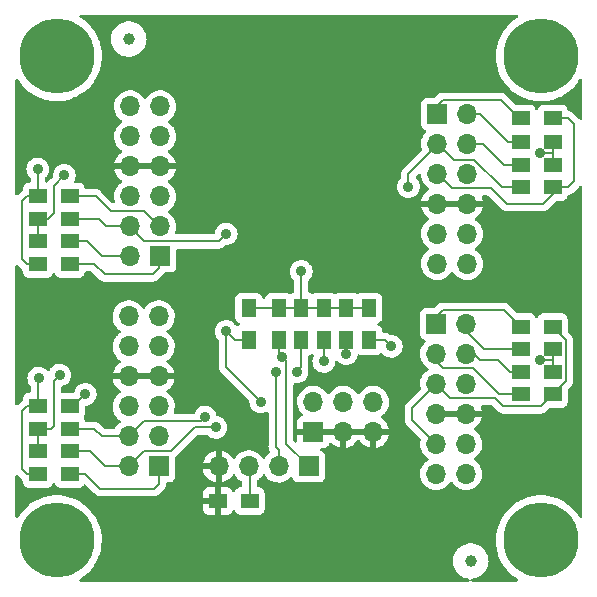
<source format=gbl>
%TF.GenerationSoftware,KiCad,Pcbnew,(6.0.1)*%
%TF.CreationDate,2022-05-17T18:17:59-04:00*%
%TF.ProjectId,I2C-RPT-08,4932432d-5250-4542-9d30-382e6b696361,2*%
%TF.SameCoordinates,Original*%
%TF.FileFunction,Copper,L2,Bot*%
%TF.FilePolarity,Positive*%
%FSLAX46Y46*%
G04 Gerber Fmt 4.6, Leading zero omitted, Abs format (unit mm)*
G04 Created by KiCad (PCBNEW (6.0.1)) date 2022-05-17 18:17:59*
%MOMM*%
%LPD*%
G01*
G04 APERTURE LIST*
%TA.AperFunction,ComponentPad*%
%ADD10C,6.350000*%
%TD*%
%TA.AperFunction,ComponentPad*%
%ADD11R,1.700000X1.700000*%
%TD*%
%TA.AperFunction,ComponentPad*%
%ADD12O,1.700000X1.700000*%
%TD*%
%TA.AperFunction,SMDPad,CuDef*%
%ADD13C,1.000000*%
%TD*%
%TA.AperFunction,SMDPad,CuDef*%
%ADD14R,1.500000X1.300000*%
%TD*%
%TA.AperFunction,SMDPad,CuDef*%
%ADD15R,1.300000X1.500000*%
%TD*%
%TA.AperFunction,ViaPad*%
%ADD16C,0.889000*%
%TD*%
%TA.AperFunction,Conductor*%
%ADD17C,0.203200*%
%TD*%
G04 APERTURE END LIST*
D10*
%TO.P,MTG1,1*%
%TO.N,N/C*%
X159000000Y-84000000D03*
%TD*%
%TO.P,MTG3,1*%
%TO.N,N/C*%
X200000000Y-84000000D03*
%TD*%
%TO.P,MTG2,1*%
%TO.N,N/C*%
X159000000Y-125000000D03*
%TD*%
%TO.P,MTG4,1*%
%TO.N,N/C*%
X200000000Y-125000000D03*
%TD*%
D11*
%TO.P,J1,1,P1*%
%TO.N,/SCL*%
X180340000Y-118745000D03*
D12*
%TO.P,J1,2,P2*%
%TO.N,/SDA*%
X177800000Y-118745000D03*
%TO.P,J1,3,P3*%
%TO.N,VCC*%
X175260000Y-118745000D03*
%TO.P,J1,4,P4*%
%TO.N,GND*%
X172720000Y-118745000D03*
%TD*%
D11*
%TO.P,H9,1,P1*%
%TO.N,GND*%
X180721000Y-115824000D03*
D12*
%TO.P,H9,2,P2*%
%TO.N,/A2*%
X180721000Y-113284000D03*
%TO.P,H9,3,P3*%
%TO.N,GND*%
X183261000Y-115824000D03*
%TO.P,H9,4,P4*%
%TO.N,/A1*%
X183261000Y-113284000D03*
%TO.P,H9,5,P5*%
%TO.N,GND*%
X185801000Y-115824000D03*
%TO.P,H9,6,P6*%
%TO.N,/A0*%
X185801000Y-113284000D03*
%TD*%
D11*
%TO.P,J3,1,Pin_1*%
%TO.N,/SCL2*%
X191200000Y-88900000D03*
D12*
%TO.P,J3,2,Pin_2*%
%TO.N,/SCL3*%
X193740000Y-88900000D03*
%TO.P,J3,3,Pin_3*%
%TO.N,/SDA2*%
X191200000Y-91440000D03*
%TO.P,J3,4,Pin_4*%
%TO.N,/SDA3*%
X193740000Y-91440000D03*
%TO.P,J3,5,Pin_5*%
%TO.N,/VC2*%
X191200000Y-93980000D03*
%TO.P,J3,6,Pin_6*%
%TO.N,/VC3*%
X193740000Y-93980000D03*
%TO.P,J3,7,Pin_7*%
%TO.N,GND*%
X191200000Y-96520000D03*
%TO.P,J3,8,Pin_8*%
X193740000Y-96520000D03*
%TO.P,J3,9,Pin_9*%
%TO.N,/VC2*%
X191200000Y-99060000D03*
%TO.P,J3,10,Pin_10*%
%TO.N,/VC3*%
X193740000Y-99060000D03*
%TO.P,J3,11,Pin_11*%
%TO.N,VCC*%
X191200000Y-101600000D03*
%TO.P,J3,12,Pin_12*%
X193740000Y-101600000D03*
%TD*%
D11*
%TO.P,J5,1,Pin_1*%
%TO.N,/SCL6*%
X167640000Y-118745000D03*
D12*
%TO.P,J5,2,Pin_2*%
%TO.N,/SCL7*%
X165100000Y-118745000D03*
%TO.P,J5,3,Pin_3*%
%TO.N,/SDA6*%
X167640000Y-116205000D03*
%TO.P,J5,4,Pin_4*%
%TO.N,/SDA7*%
X165100000Y-116205000D03*
%TO.P,J5,5,Pin_5*%
%TO.N,/VC6*%
X167640000Y-113665000D03*
%TO.P,J5,6,Pin_6*%
%TO.N,/VC7*%
X165100000Y-113665000D03*
%TO.P,J5,7,Pin_7*%
%TO.N,GND*%
X167640000Y-111125000D03*
%TO.P,J5,8,Pin_8*%
X165100000Y-111125000D03*
%TO.P,J5,9,Pin_9*%
%TO.N,/VC6*%
X167640000Y-108585000D03*
%TO.P,J5,10,Pin_10*%
%TO.N,/VC7*%
X165100000Y-108585000D03*
%TO.P,J5,11,Pin_11*%
%TO.N,VCC*%
X167640000Y-106045000D03*
%TO.P,J5,12,Pin_12*%
X165100000Y-106045000D03*
%TD*%
D11*
%TO.P,J2,1,Pin_1*%
%TO.N,/SCL0*%
X191135000Y-106680000D03*
D12*
%TO.P,J2,2,Pin_2*%
%TO.N,/SCL1*%
X193675000Y-106680000D03*
%TO.P,J2,3,Pin_3*%
%TO.N,/SDA0*%
X191135000Y-109220000D03*
%TO.P,J2,4,Pin_4*%
%TO.N,/SDA1*%
X193675000Y-109220000D03*
%TO.P,J2,5,Pin_5*%
%TO.N,/VC0*%
X191135000Y-111760000D03*
%TO.P,J2,6,Pin_6*%
%TO.N,/VC1*%
X193675000Y-111760000D03*
%TO.P,J2,7,Pin_7*%
%TO.N,GND*%
X191135000Y-114300000D03*
%TO.P,J2,8,Pin_8*%
X193675000Y-114300000D03*
%TO.P,J2,9,Pin_9*%
%TO.N,/VC0*%
X191135000Y-116840000D03*
%TO.P,J2,10,Pin_10*%
%TO.N,/VC1*%
X193675000Y-116840000D03*
%TO.P,J2,11,Pin_11*%
%TO.N,VCC*%
X191135000Y-119380000D03*
%TO.P,J2,12,Pin_12*%
X193675000Y-119380000D03*
%TD*%
D11*
%TO.P,J4,1,Pin_1*%
%TO.N,/SCL4*%
X167767000Y-100965000D03*
D12*
%TO.P,J4,2,Pin_2*%
%TO.N,/SCL5*%
X165227000Y-100965000D03*
%TO.P,J4,3,Pin_3*%
%TO.N,/SDA4*%
X167767000Y-98425000D03*
%TO.P,J4,4,Pin_4*%
%TO.N,/SDA5*%
X165227000Y-98425000D03*
%TO.P,J4,5,Pin_5*%
%TO.N,/VC4*%
X167767000Y-95885000D03*
%TO.P,J4,6,Pin_6*%
%TO.N,/VC5*%
X165227000Y-95885000D03*
%TO.P,J4,7,Pin_7*%
%TO.N,GND*%
X167767000Y-93345000D03*
%TO.P,J4,8,Pin_8*%
X165227000Y-93345000D03*
%TO.P,J4,9,Pin_9*%
%TO.N,/VC4*%
X167767000Y-90805000D03*
%TO.P,J4,10,Pin_10*%
%TO.N,/VC5*%
X165227000Y-90805000D03*
%TO.P,J4,11,Pin_11*%
%TO.N,VCC*%
X167767000Y-88265000D03*
%TO.P,J4,12,Pin_12*%
X165227000Y-88265000D03*
%TD*%
D13*
%TO.P,FID1,1*%
%TO.N,N/C*%
X194056000Y-126746000D03*
%TD*%
%TO.P,FID2,1*%
%TO.N,N/C*%
X165100000Y-82550000D03*
%TD*%
D14*
%TO.P,R12,1*%
%TO.N,/SCL2*%
X198294000Y-89281000D03*
%TO.P,R12,2*%
%TO.N,/VC2*%
X200994000Y-89281000D03*
%TD*%
%TO.P,R15,1*%
%TO.N,/SDA2*%
X198294000Y-95123000D03*
%TO.P,R15,2*%
%TO.N,/VC2*%
X200994000Y-95123000D03*
%TD*%
%TO.P,R13,1*%
%TO.N,/SCL3*%
X198294000Y-91313000D03*
%TO.P,R13,2*%
%TO.N,/VC3*%
X200994000Y-91313000D03*
%TD*%
%TO.P,R6,1*%
%TO.N,/SCL5*%
X160100000Y-99695000D03*
%TO.P,R6,2*%
%TO.N,/VC5*%
X157400000Y-99695000D03*
%TD*%
%TO.P,R4,1*%
%TO.N,/SDA4*%
X160100000Y-95885000D03*
%TO.P,R4,2*%
%TO.N,/VC4*%
X157400000Y-95885000D03*
%TD*%
%TO.P,R16,1*%
%TO.N,/SCL0*%
X198294000Y-106934000D03*
%TO.P,R16,2*%
%TO.N,/VC0*%
X200994000Y-106934000D03*
%TD*%
%TO.P,R19,1*%
%TO.N,/SDA0*%
X198294000Y-112649000D03*
%TO.P,R19,2*%
%TO.N,/VC0*%
X200994000Y-112649000D03*
%TD*%
%TO.P,R11,1*%
%TO.N,/SCL6*%
X160100000Y-119380000D03*
%TO.P,R11,2*%
%TO.N,/VC6*%
X157400000Y-119380000D03*
%TD*%
%TO.P,R14,1*%
%TO.N,/SDA3*%
X198294000Y-93218000D03*
%TO.P,R14,2*%
%TO.N,/VC3*%
X200994000Y-93218000D03*
%TD*%
D15*
%TO.P,R3,1*%
%TO.N,VCC*%
X177800000Y-105330000D03*
%TO.P,R3,2*%
%TO.N,/SCL*%
X177800000Y-108030000D03*
%TD*%
D14*
%TO.P,R18,1*%
%TO.N,/SDA1*%
X198294000Y-110744000D03*
%TO.P,R18,2*%
%TO.N,/VC1*%
X200994000Y-110744000D03*
%TD*%
%TO.P,R5,1*%
%TO.N,/SDA5*%
X160100000Y-97790000D03*
%TO.P,R5,2*%
%TO.N,/VC5*%
X157400000Y-97790000D03*
%TD*%
%TO.P,R7,1*%
%TO.N,/SCL4*%
X160100000Y-101600000D03*
%TO.P,R7,2*%
%TO.N,/VC4*%
X157400000Y-101600000D03*
%TD*%
D15*
%TO.P,R2,1*%
%TO.N,VCC*%
X179705000Y-105330000D03*
%TO.P,R2,2*%
%TO.N,/SDA*%
X179705000Y-108030000D03*
%TD*%
D14*
%TO.P,R17,1*%
%TO.N,/SCL1*%
X198294000Y-108839000D03*
%TO.P,R17,2*%
%TO.N,/VC1*%
X200994000Y-108839000D03*
%TD*%
%TO.P,C1,1*%
%TO.N,VCC*%
X175340000Y-121666000D03*
%TO.P,C1,2*%
%TO.N,GND*%
X172640000Y-121666000D03*
%TD*%
%TO.P,R8,1*%
%TO.N,/SDA6*%
X160100000Y-113665000D03*
%TO.P,R8,2*%
%TO.N,/VC6*%
X157400000Y-113665000D03*
%TD*%
%TO.P,R10,1*%
%TO.N,/SCL7*%
X160100000Y-117475000D03*
%TO.P,R10,2*%
%TO.N,/VC7*%
X157400000Y-117475000D03*
%TD*%
%TO.P,R9,1*%
%TO.N,/SDA7*%
X160100000Y-115570000D03*
%TO.P,R9,2*%
%TO.N,/VC7*%
X157400000Y-115570000D03*
%TD*%
D15*
%TO.P,R1,1*%
%TO.N,VCC*%
X181610000Y-105330000D03*
%TO.P,R1,2*%
%TO.N,Net-(R1-Pad2)*%
X181610000Y-108030000D03*
%TD*%
%TO.P,R20,1*%
%TO.N,VCC*%
X185420000Y-105330000D03*
%TO.P,R20,2*%
%TO.N,/A0*%
X185420000Y-108030000D03*
%TD*%
%TO.P,R21,1*%
%TO.N,VCC*%
X183515000Y-105330000D03*
%TO.P,R21,2*%
%TO.N,/A1*%
X183515000Y-108030000D03*
%TD*%
%TO.P,R22,1*%
%TO.N,VCC*%
X175260000Y-105330000D03*
%TO.P,R22,2*%
%TO.N,/A2*%
X175260000Y-108030000D03*
%TD*%
D16*
%TO.N,GND*%
X185293000Y-95504000D03*
%TO.N,/SDA2*%
X188779403Y-95053403D03*
%TO.N,VCC*%
X179705000Y-102235000D03*
%TO.N,/SDA5*%
X173355000Y-99060000D03*
%TO.N,/SDA6*%
X161417000Y-112649000D03*
%TO.N,/SDA7*%
X171577000Y-114554000D03*
%TO.N,/VC1*%
X199898000Y-109728000D03*
%TO.N,/VC3*%
X199898000Y-92202000D03*
%TO.N,/VC4*%
X157400000Y-93552000D03*
%TO.N,/VC5*%
X159639000Y-94107000D03*
%TO.N,/VC6*%
X157480000Y-111252000D03*
%TO.N,/VC7*%
X159258000Y-110998000D03*
%TO.N,Net-(R1-Pad2)*%
X181610000Y-109855000D03*
%TO.N,/A2*%
X176276000Y-113284000D03*
X173355000Y-107315000D03*
%TO.N,/A1*%
X183515000Y-109220000D03*
%TO.N,/A0*%
X187325000Y-108585000D03*
%TO.N,/SCL*%
X178054000Y-109474000D03*
%TO.N,/SDA*%
X177546000Y-110744000D03*
X179324000Y-110744000D03*
%TO.N,/SCL7*%
X172466000Y-115443000D03*
%TD*%
D17*
%TO.N,/SDA0*%
X191705111Y-110425111D02*
X194245111Y-110425111D01*
X196469000Y-112649000D02*
X198294000Y-112649000D01*
X194245111Y-110425111D02*
X196469000Y-112649000D01*
X190500000Y-109220000D02*
X191705111Y-110425111D01*
%TO.N,/SDA1*%
X194818000Y-109728000D02*
X196342000Y-109728000D01*
X194310000Y-109220000D02*
X194818000Y-109728000D01*
X197358000Y-110744000D02*
X196342000Y-109728000D01*
X198294000Y-110744000D02*
X197358000Y-110744000D01*
%TO.N,/SDA2*%
X192634889Y-92774889D02*
X194374889Y-92774889D01*
X192634889Y-92774889D02*
X191300000Y-91440000D01*
X196723000Y-95123000D02*
X198294000Y-95123000D01*
X194374889Y-92774889D02*
X196723000Y-95123000D01*
X188779403Y-93960597D02*
X191300000Y-91440000D01*
X188779403Y-95053403D02*
X188779403Y-93960597D01*
%TO.N,/SDA3*%
X195072000Y-91440000D02*
X196850000Y-93218000D01*
X193040000Y-91440000D02*
X195072000Y-91440000D01*
X196850000Y-93218000D02*
X198294000Y-93218000D01*
%TO.N,VCC*%
X179705000Y-105330000D02*
X181610000Y-105330000D01*
X175340000Y-118825000D02*
X175260000Y-118745000D01*
X183515000Y-105330000D02*
X185420000Y-105330000D01*
X183515000Y-105330000D02*
X181610000Y-105330000D01*
X177800000Y-105330000D02*
X179705000Y-105330000D01*
X179705000Y-105330000D02*
X179705000Y-102235000D01*
X177800000Y-105330000D02*
X175260000Y-105330000D01*
X175340000Y-121666000D02*
X175340000Y-118825000D01*
%TO.N,/SDA4*%
X162306000Y-95885000D02*
X163576000Y-97155000D01*
X163576000Y-97155000D02*
X166370000Y-97155000D01*
X166370000Y-97155000D02*
X167640000Y-98425000D01*
X160100000Y-95885000D02*
X162306000Y-95885000D01*
%TO.N,/SDA5*%
X162560000Y-97790000D02*
X163195000Y-98425000D01*
X163195000Y-98425000D02*
X165100000Y-98425000D01*
X173355000Y-99060000D02*
X172720000Y-99695000D01*
X172720000Y-99695000D02*
X166370000Y-99695000D01*
X166370000Y-99695000D02*
X165100000Y-98425000D01*
X160100000Y-97790000D02*
X162560000Y-97790000D01*
%TO.N,/SDA6*%
X161417000Y-112649000D02*
X160401000Y-113665000D01*
X160401000Y-113665000D02*
X160100000Y-113665000D01*
%TO.N,/SDA7*%
X171577000Y-114554000D02*
X171196000Y-114935000D01*
X171196000Y-114935000D02*
X166370000Y-114935000D01*
X166370000Y-114935000D02*
X165100000Y-116205000D01*
X162179000Y-115570000D02*
X162814000Y-116205000D01*
X162814000Y-116205000D02*
X165100000Y-116205000D01*
X160100000Y-115570000D02*
X162179000Y-115570000D01*
%TO.N,/VC0*%
X192340111Y-112965111D02*
X196139211Y-112965111D01*
X189103000Y-114808000D02*
X189103000Y-113792000D01*
X191135000Y-116840000D02*
X189103000Y-114808000D01*
X202099111Y-111543889D02*
X200994000Y-112649000D01*
X199988889Y-113654111D02*
X200994000Y-112649000D01*
X189103000Y-113792000D02*
X191135000Y-111760000D01*
X202099111Y-108039111D02*
X202099111Y-111543889D01*
X196139211Y-112965111D02*
X196828211Y-113654111D01*
X200994000Y-106934000D02*
X202099111Y-108039111D01*
X196828211Y-113654111D02*
X199988889Y-113654111D01*
X191135000Y-111760000D02*
X192340111Y-112965111D01*
%TO.N,/VC1*%
X200994000Y-109775000D02*
X200994000Y-108839000D01*
X199898000Y-109728000D02*
X200947000Y-109728000D01*
X200947000Y-109728000D02*
X200994000Y-109775000D01*
X200994000Y-110744000D02*
X200994000Y-109775000D01*
%TO.N,/VC2*%
X195769111Y-95185111D02*
X192505111Y-95185111D01*
X202311000Y-89281000D02*
X202819000Y-89789000D01*
X202819000Y-89789000D02*
X202819000Y-94615000D01*
X197104000Y-96520000D02*
X200152000Y-96520000D01*
X200994000Y-95123000D02*
X200994000Y-95678000D01*
X200994000Y-89281000D02*
X202311000Y-89281000D01*
X200994000Y-95123000D02*
X202311000Y-95123000D01*
X200994000Y-95678000D02*
X200152000Y-96520000D01*
X192505111Y-95185111D02*
X191300000Y-93980000D01*
X195769111Y-95185111D02*
X197104000Y-96520000D01*
X202311000Y-95123000D02*
X202819000Y-94615000D01*
%TO.N,/VC3*%
X200994000Y-93218000D02*
X200994000Y-92282000D01*
X199898000Y-92202000D02*
X200914000Y-92202000D01*
X200994000Y-92282000D02*
X200994000Y-91313000D01*
X200914000Y-92202000D02*
X200994000Y-92282000D01*
%TO.N,/VC4*%
X156464000Y-101600000D02*
X156083000Y-101219000D01*
X156083000Y-101219000D02*
X156083000Y-96266000D01*
X156464000Y-95885000D02*
X156083000Y-96266000D01*
X157400000Y-95885000D02*
X157400000Y-93552000D01*
X157400000Y-95885000D02*
X156464000Y-95885000D01*
X157400000Y-101600000D02*
X156464000Y-101600000D01*
%TO.N,/VC5*%
X158242000Y-97790000D02*
X158750000Y-97282000D01*
X158750000Y-97282000D02*
X158750000Y-94996000D01*
X158750000Y-94996000D02*
X159639000Y-94107000D01*
X157400000Y-97790000D02*
X158242000Y-97790000D01*
X157400000Y-97790000D02*
X157400000Y-99695000D01*
%TO.N,/VC6*%
X156464000Y-119380000D02*
X156083000Y-118999000D01*
X156083000Y-118999000D02*
X156083000Y-114046000D01*
X156464000Y-113665000D02*
X156083000Y-114046000D01*
X157400000Y-111332000D02*
X157480000Y-111252000D01*
X157400000Y-113665000D02*
X156464000Y-113665000D01*
X157400000Y-113665000D02*
X157400000Y-111332000D01*
X157400000Y-119380000D02*
X156464000Y-119380000D01*
%TO.N,/VC7*%
X158496000Y-115570000D02*
X158750000Y-115316000D01*
X158750000Y-115316000D02*
X158750000Y-111506000D01*
X158750000Y-111506000D02*
X159258000Y-110998000D01*
X157400000Y-117475000D02*
X157400000Y-115570000D01*
X157400000Y-115570000D02*
X158496000Y-115570000D01*
%TO.N,Net-(R1-Pad2)*%
X181610000Y-108030000D02*
X181610000Y-109855000D01*
%TO.N,/A2*%
X173355000Y-107315000D02*
X174070000Y-108030000D01*
X174070000Y-108030000D02*
X175260000Y-108030000D01*
X176276000Y-113284000D02*
X173355000Y-110363000D01*
X173355000Y-110363000D02*
X173355000Y-107315000D01*
%TO.N,/A1*%
X183515000Y-109220000D02*
X183515000Y-108030000D01*
%TO.N,/A0*%
X186770000Y-108030000D02*
X187325000Y-108585000D01*
X185420000Y-108030000D02*
X186770000Y-108030000D01*
%TO.N,/SCL*%
X178054000Y-109474000D02*
X177800000Y-109220000D01*
X177800000Y-109220000D02*
X177800000Y-108030000D01*
X178435000Y-116840000D02*
X178435000Y-109855000D01*
X178435000Y-109855000D02*
X178054000Y-109474000D01*
X180340000Y-118745000D02*
X178435000Y-116840000D01*
%TO.N,/SDA*%
X177800000Y-117348000D02*
X177546000Y-117094000D01*
X177546000Y-117094000D02*
X177546000Y-110744000D01*
X179705000Y-110363000D02*
X179324000Y-110744000D01*
X177800000Y-118745000D02*
X177800000Y-117348000D01*
X179705000Y-108030000D02*
X179705000Y-110363000D01*
%TO.N,/SCL0*%
X196834889Y-105474889D02*
X198294000Y-106934000D01*
X191705111Y-105474889D02*
X196834889Y-105474889D01*
X190500000Y-106680000D02*
X191705111Y-105474889D01*
%TO.N,/SCL1*%
X193040000Y-106680000D02*
X195199000Y-108839000D01*
X195199000Y-108839000D02*
X198294000Y-108839000D01*
%TO.N,/SCL2*%
X191705111Y-87694889D02*
X196580889Y-87694889D01*
X196580889Y-87694889D02*
X198294000Y-89408000D01*
X190500000Y-88900000D02*
X191705111Y-87694889D01*
%TO.N,/SCL3*%
X193040000Y-88900000D02*
X194818000Y-88900000D01*
X197231000Y-91313000D02*
X198294000Y-91313000D01*
X194818000Y-88900000D02*
X197231000Y-91313000D01*
%TO.N,/SCL4*%
X162179000Y-101600000D02*
X163068000Y-102489000D01*
X163068000Y-102489000D02*
X167132000Y-102489000D01*
X167132000Y-102489000D02*
X167640000Y-101981000D01*
X167640000Y-101981000D02*
X167640000Y-100965000D01*
X160100000Y-101600000D02*
X162179000Y-101600000D01*
%TO.N,/SCL5*%
X161544000Y-99695000D02*
X162814000Y-100965000D01*
X162814000Y-100965000D02*
X165100000Y-100965000D01*
X160100000Y-99695000D02*
X161544000Y-99695000D01*
%TO.N,/SCL6*%
X161417000Y-119380000D02*
X162687000Y-120650000D01*
X162687000Y-120650000D02*
X167259000Y-120650000D01*
X167259000Y-120650000D02*
X167640000Y-120269000D01*
X167640000Y-120269000D02*
X167640000Y-118745000D01*
X160100000Y-119380000D02*
X161417000Y-119380000D01*
%TO.N,/SCL7*%
X166370000Y-117475000D02*
X165100000Y-118745000D01*
X161798000Y-117475000D02*
X163068000Y-118745000D01*
X163068000Y-118745000D02*
X165100000Y-118745000D01*
X170688000Y-115443000D02*
X168656000Y-117475000D01*
X160100000Y-117475000D02*
X161798000Y-117475000D01*
X172466000Y-115443000D02*
X170688000Y-115443000D01*
X166370000Y-117475000D02*
X168656000Y-117475000D01*
%TD*%
%TA.AperFunction,Conductor*%
%TO.N,GND*%
G36*
X198020254Y-80528002D02*
G01*
X198066747Y-80581658D01*
X198076851Y-80651932D01*
X198047357Y-80716512D01*
X198013027Y-80744309D01*
X197989454Y-80757322D01*
X197986833Y-80759137D01*
X197986828Y-80759140D01*
X197692286Y-80963090D01*
X197672054Y-80977100D01*
X197378488Y-81227829D01*
X197376288Y-81230131D01*
X197376285Y-81230134D01*
X197369727Y-81236997D01*
X197111763Y-81506941D01*
X197109806Y-81509454D01*
X197109805Y-81509456D01*
X196878719Y-81806300D01*
X196874610Y-81811578D01*
X196872914Y-81814282D01*
X196872911Y-81814286D01*
X196860445Y-81834159D01*
X196669456Y-82138622D01*
X196498402Y-82484723D01*
X196497288Y-82487704D01*
X196497287Y-82487705D01*
X196493829Y-82496955D01*
X196363199Y-82846339D01*
X196362391Y-82849418D01*
X196362389Y-82849425D01*
X196357469Y-82868180D01*
X196265232Y-83219766D01*
X196205504Y-83601182D01*
X196205333Y-83604348D01*
X196205332Y-83604353D01*
X196204174Y-83625741D01*
X196184626Y-83986682D01*
X196202812Y-84372318D01*
X196259876Y-84754141D01*
X196355234Y-85128244D01*
X196487909Y-85490794D01*
X196656542Y-85838082D01*
X196658214Y-85840789D01*
X196658215Y-85840791D01*
X196782731Y-86042398D01*
X196859408Y-86166549D01*
X196861340Y-86169067D01*
X196861347Y-86169077D01*
X197092488Y-86470306D01*
X197094429Y-86472835D01*
X197359199Y-86753802D01*
X197361604Y-86755886D01*
X197361610Y-86755891D01*
X197584305Y-86948795D01*
X197651007Y-87006574D01*
X197966865Y-87228563D01*
X198031524Y-87264848D01*
X198292697Y-87411411D01*
X198303540Y-87417496D01*
X198306455Y-87418763D01*
X198306458Y-87418765D01*
X198346834Y-87436321D01*
X198657584Y-87571439D01*
X199025373Y-87688815D01*
X199230694Y-87732083D01*
X199400021Y-87767766D01*
X199400026Y-87767767D01*
X199403140Y-87768423D01*
X199787019Y-87809448D01*
X199790206Y-87809465D01*
X199790212Y-87809465D01*
X199965550Y-87810383D01*
X200173078Y-87811469D01*
X200277514Y-87801413D01*
X200554181Y-87774774D01*
X200554189Y-87774773D01*
X200557365Y-87774467D01*
X200935945Y-87698819D01*
X201192704Y-87619829D01*
X201301898Y-87586237D01*
X201301902Y-87586235D01*
X201304943Y-87585300D01*
X201307878Y-87584060D01*
X201307884Y-87584058D01*
X201495999Y-87504595D01*
X201660579Y-87435074D01*
X201999214Y-87249676D01*
X202317380Y-87031007D01*
X202319819Y-87028939D01*
X202319825Y-87028934D01*
X202609379Y-86783375D01*
X202609387Y-86783367D01*
X202611819Y-86781305D01*
X202614027Y-86779010D01*
X202614035Y-86779003D01*
X202877302Y-86505428D01*
X202877304Y-86505425D01*
X202879517Y-86503126D01*
X203117732Y-86199318D01*
X203259497Y-85975069D01*
X203312805Y-85928178D01*
X203383001Y-85917550D01*
X203447800Y-85946561D01*
X203486628Y-86005999D01*
X203492000Y-86042398D01*
X203492000Y-89290553D01*
X203471998Y-89358674D01*
X203418342Y-89405167D01*
X203348068Y-89415271D01*
X203283488Y-89385777D01*
X203274151Y-89376807D01*
X203271938Y-89374450D01*
X203267279Y-89368038D01*
X203234633Y-89341031D01*
X203225853Y-89333041D01*
X202795920Y-88903108D01*
X202788810Y-88895295D01*
X202784826Y-88889017D01*
X202737069Y-88844170D01*
X202734227Y-88841415D01*
X202715265Y-88822453D01*
X202712138Y-88820027D01*
X202711497Y-88819462D01*
X202703337Y-88812493D01*
X202678239Y-88788925D01*
X202672458Y-88783496D01*
X202655681Y-88774272D01*
X202639168Y-88763425D01*
X202630302Y-88756548D01*
X202630297Y-88756545D01*
X202624034Y-88751687D01*
X202585150Y-88734861D01*
X202574505Y-88729646D01*
X202537378Y-88709235D01*
X202518838Y-88704475D01*
X202500141Y-88698074D01*
X202482565Y-88690468D01*
X202440722Y-88683841D01*
X202429103Y-88681435D01*
X202388074Y-88670900D01*
X202375117Y-88670900D01*
X202306996Y-88650898D01*
X202260503Y-88597242D01*
X202249854Y-88558508D01*
X202246598Y-88528540D01*
X202245745Y-88520684D01*
X202194615Y-88384295D01*
X202107261Y-88267739D01*
X201990705Y-88180385D01*
X201854316Y-88129255D01*
X201792134Y-88122500D01*
X200195866Y-88122500D01*
X200133684Y-88129255D01*
X199997295Y-88180385D01*
X199880739Y-88267739D01*
X199793385Y-88384295D01*
X199790233Y-88392703D01*
X199761982Y-88468062D01*
X199719340Y-88524826D01*
X199652779Y-88549526D01*
X199583430Y-88534319D01*
X199533312Y-88484033D01*
X199526018Y-88468062D01*
X199497767Y-88392703D01*
X199494615Y-88384295D01*
X199407261Y-88267739D01*
X199290705Y-88180385D01*
X199154316Y-88129255D01*
X199092134Y-88122500D01*
X197923502Y-88122500D01*
X197855381Y-88102498D01*
X197834407Y-88085595D01*
X197065809Y-87316997D01*
X197058699Y-87309184D01*
X197054715Y-87302906D01*
X197006958Y-87258059D01*
X197004116Y-87255304D01*
X196985154Y-87236342D01*
X196982027Y-87233916D01*
X196981386Y-87233351D01*
X196973226Y-87226382D01*
X196954699Y-87208984D01*
X196942347Y-87197385D01*
X196925570Y-87188161D01*
X196909057Y-87177314D01*
X196900191Y-87170437D01*
X196900186Y-87170434D01*
X196893923Y-87165576D01*
X196855039Y-87148750D01*
X196844394Y-87143535D01*
X196807267Y-87123124D01*
X196788727Y-87118364D01*
X196770030Y-87111963D01*
X196752454Y-87104357D01*
X196710611Y-87097730D01*
X196698992Y-87095324D01*
X196657963Y-87084789D01*
X196638825Y-87084789D01*
X196619114Y-87083238D01*
X196615528Y-87082670D01*
X196600205Y-87080243D01*
X196587088Y-87081483D01*
X196558028Y-87084230D01*
X196546170Y-87084789D01*
X191780789Y-87084789D01*
X191770237Y-87084291D01*
X191762983Y-87082670D01*
X191700872Y-87084622D01*
X191697516Y-87084727D01*
X191693559Y-87084789D01*
X191666728Y-87084789D01*
X191662801Y-87085285D01*
X191661895Y-87085342D01*
X191651251Y-87086181D01*
X191608912Y-87087511D01*
X191590525Y-87092853D01*
X191571168Y-87096861D01*
X191552179Y-87099260D01*
X191512791Y-87114854D01*
X191501568Y-87118696D01*
X191468501Y-87128304D01*
X191468499Y-87128305D01*
X191460885Y-87130517D01*
X191444404Y-87140264D01*
X191426662Y-87148956D01*
X191408857Y-87156005D01*
X191402443Y-87160665D01*
X191374583Y-87180906D01*
X191364663Y-87187422D01*
X191335031Y-87204946D01*
X191335028Y-87204948D01*
X191328204Y-87208984D01*
X191314673Y-87222515D01*
X191299641Y-87235354D01*
X191284149Y-87246610D01*
X191279096Y-87252718D01*
X191257142Y-87279256D01*
X191249152Y-87288036D01*
X191032593Y-87504595D01*
X190970281Y-87538621D01*
X190943498Y-87541500D01*
X190301866Y-87541500D01*
X190239684Y-87548255D01*
X190103295Y-87599385D01*
X189986739Y-87686739D01*
X189899385Y-87803295D01*
X189848255Y-87939684D01*
X189841500Y-88001866D01*
X189841500Y-89798134D01*
X189848255Y-89860316D01*
X189899385Y-89996705D01*
X189986739Y-90113261D01*
X190103295Y-90200615D01*
X190111704Y-90203767D01*
X190111705Y-90203768D01*
X190220451Y-90244535D01*
X190277216Y-90287176D01*
X190301916Y-90353738D01*
X190286709Y-90423087D01*
X190267316Y-90449568D01*
X190140629Y-90582138D01*
X190014743Y-90766680D01*
X189980508Y-90840434D01*
X189934905Y-90938678D01*
X189920688Y-90969305D01*
X189860989Y-91184570D01*
X189837251Y-91406695D01*
X189837548Y-91411848D01*
X189837548Y-91411851D01*
X189841486Y-91480144D01*
X189850110Y-91629715D01*
X189851247Y-91634761D01*
X189851248Y-91634767D01*
X189868296Y-91710412D01*
X189899222Y-91847639D01*
X189901166Y-91852426D01*
X189901167Y-91852430D01*
X189905424Y-91862914D01*
X189912520Y-91933555D01*
X189877776Y-91999412D01*
X188401511Y-93475677D01*
X188393698Y-93482787D01*
X188387420Y-93486771D01*
X188381994Y-93492550D01*
X188381993Y-93492550D01*
X188342573Y-93534528D01*
X188339818Y-93537370D01*
X188320856Y-93556332D01*
X188318430Y-93559459D01*
X188317865Y-93560100D01*
X188310897Y-93568258D01*
X188281899Y-93599139D01*
X188272675Y-93615916D01*
X188261828Y-93632429D01*
X188254951Y-93641295D01*
X188254948Y-93641300D01*
X188250090Y-93647563D01*
X188237548Y-93676547D01*
X188233265Y-93686444D01*
X188228049Y-93697092D01*
X188207638Y-93734219D01*
X188205156Y-93743886D01*
X188202878Y-93752758D01*
X188196477Y-93771456D01*
X188188871Y-93789032D01*
X188184586Y-93816088D01*
X188182245Y-93830871D01*
X188179838Y-93842494D01*
X188169303Y-93883523D01*
X188169303Y-93902661D01*
X188167752Y-93922371D01*
X188164757Y-93941281D01*
X188166016Y-93954603D01*
X188168744Y-93983458D01*
X188169303Y-93995316D01*
X188169303Y-94260683D01*
X188149301Y-94328804D01*
X188122259Y-94358876D01*
X188109398Y-94369216D01*
X187989265Y-94512384D01*
X187986302Y-94517773D01*
X187986299Y-94517778D01*
X187918288Y-94641491D01*
X187899229Y-94676160D01*
X187897368Y-94682027D01*
X187897367Y-94682029D01*
X187889605Y-94706498D01*
X187842718Y-94854304D01*
X187821885Y-95040033D01*
X187822401Y-95046177D01*
X187836299Y-95211680D01*
X187837524Y-95226270D01*
X187889039Y-95405923D01*
X187974467Y-95572149D01*
X187978290Y-95576973D01*
X187978293Y-95576977D01*
X188055192Y-95673998D01*
X188090555Y-95718615D01*
X188095249Y-95722610D01*
X188185896Y-95799757D01*
X188232881Y-95839745D01*
X188396024Y-95930922D01*
X188573770Y-95988675D01*
X188759348Y-96010804D01*
X188765483Y-96010332D01*
X188765485Y-96010332D01*
X188821522Y-96006020D01*
X188945690Y-95996466D01*
X189125699Y-95946207D01*
X189131188Y-95943434D01*
X189131194Y-95943432D01*
X189208562Y-95904350D01*
X189292517Y-95861941D01*
X189305632Y-95851695D01*
X189381814Y-95792174D01*
X189439790Y-95746878D01*
X189443816Y-95742214D01*
X189443819Y-95742211D01*
X189557883Y-95610066D01*
X189561910Y-95605401D01*
X189654224Y-95442898D01*
X189657829Y-95432063D01*
X189697313Y-95313368D01*
X189713217Y-95265560D01*
X189722727Y-95190283D01*
X189736199Y-95083644D01*
X189736200Y-95083635D01*
X189736641Y-95080141D01*
X189737014Y-95053403D01*
X189718776Y-94867402D01*
X189714822Y-94854304D01*
X189692596Y-94780689D01*
X189664758Y-94688486D01*
X189577018Y-94523469D01*
X189569003Y-94513641D01*
X189491454Y-94418558D01*
X189458896Y-94378638D01*
X189454154Y-94374715D01*
X189454149Y-94374710D01*
X189437134Y-94360633D01*
X189397397Y-94301799D01*
X189395776Y-94230821D01*
X189428356Y-94174455D01*
X189628667Y-93974144D01*
X189690979Y-93940118D01*
X189761794Y-93945183D01*
X189818630Y-93987730D01*
X189843553Y-94055986D01*
X189850110Y-94169715D01*
X189851247Y-94174761D01*
X189851248Y-94174767D01*
X189869172Y-94254297D01*
X189899222Y-94387639D01*
X189949875Y-94512384D01*
X189974397Y-94572773D01*
X189983266Y-94594616D01*
X190003979Y-94628416D01*
X190076709Y-94747101D01*
X190099987Y-94785088D01*
X190246250Y-94953938D01*
X190418126Y-95096632D01*
X190491955Y-95139774D01*
X190540679Y-95191412D01*
X190553750Y-95261195D01*
X190527019Y-95326967D01*
X190486562Y-95360327D01*
X190478457Y-95364546D01*
X190469738Y-95370036D01*
X190299433Y-95497905D01*
X190291726Y-95504748D01*
X190144590Y-95658717D01*
X190138104Y-95666727D01*
X190018098Y-95842649D01*
X190013000Y-95851623D01*
X189923338Y-96044783D01*
X189919775Y-96054470D01*
X189864389Y-96254183D01*
X189865912Y-96262607D01*
X189878292Y-96266000D01*
X195058344Y-96266000D01*
X195071875Y-96262027D01*
X195073180Y-96252947D01*
X195031214Y-96085875D01*
X195027896Y-96076129D01*
X194982382Y-95971454D01*
X194973562Y-95901007D01*
X195004229Y-95836975D01*
X195064645Y-95799687D01*
X195097932Y-95795211D01*
X195464210Y-95795211D01*
X195532331Y-95815213D01*
X195553305Y-95832116D01*
X196619078Y-96897890D01*
X196626190Y-96905705D01*
X196630174Y-96911983D01*
X196635952Y-96917409D01*
X196677931Y-96956830D01*
X196680773Y-96959585D01*
X196699735Y-96978547D01*
X196702867Y-96980976D01*
X196703494Y-96981529D01*
X196711667Y-96988510D01*
X196742542Y-97017504D01*
X196749489Y-97021323D01*
X196749490Y-97021324D01*
X196759324Y-97026731D01*
X196775843Y-97037582D01*
X196790966Y-97049312D01*
X196798238Y-97052459D01*
X196829840Y-97066135D01*
X196840500Y-97071357D01*
X196870678Y-97087948D01*
X196870681Y-97087949D01*
X196877622Y-97091765D01*
X196885295Y-97093735D01*
X196885300Y-97093737D01*
X196896157Y-97096524D01*
X196914865Y-97102929D01*
X196932435Y-97110532D01*
X196974278Y-97117159D01*
X196985897Y-97119565D01*
X197026926Y-97130100D01*
X197046064Y-97130100D01*
X197065774Y-97131651D01*
X197084684Y-97134646D01*
X197126860Y-97130659D01*
X197138719Y-97130100D01*
X200076322Y-97130100D01*
X200086874Y-97130598D01*
X200094128Y-97132219D01*
X200159595Y-97130162D01*
X200163552Y-97130100D01*
X200190383Y-97130100D01*
X200194310Y-97129604D01*
X200195216Y-97129547D01*
X200205860Y-97128708D01*
X200248199Y-97127378D01*
X200266586Y-97122036D01*
X200285943Y-97118028D01*
X200297065Y-97116623D01*
X200297066Y-97116623D01*
X200304932Y-97115629D01*
X200317806Y-97110532D01*
X200344318Y-97100036D01*
X200355545Y-97096192D01*
X200388609Y-97086585D01*
X200388611Y-97086584D01*
X200396225Y-97084372D01*
X200412705Y-97074626D01*
X200430445Y-97065935D01*
X200448254Y-97058884D01*
X200482532Y-97033980D01*
X200492452Y-97027464D01*
X200522079Y-97009943D01*
X200522082Y-97009941D01*
X200528906Y-97005905D01*
X200542433Y-96992378D01*
X200557467Y-96979537D01*
X200566547Y-96972940D01*
X200566548Y-96972939D01*
X200572962Y-96968279D01*
X200599969Y-96935633D01*
X200607959Y-96926852D01*
X201216408Y-96318404D01*
X201278720Y-96284379D01*
X201305503Y-96281500D01*
X201792134Y-96281500D01*
X201854316Y-96274745D01*
X201990705Y-96223615D01*
X202107261Y-96136261D01*
X202194615Y-96019705D01*
X202245745Y-95883316D01*
X202250034Y-95843835D01*
X202277276Y-95778273D01*
X202335639Y-95737847D01*
X202371339Y-95731505D01*
X202395709Y-95730739D01*
X202407199Y-95730378D01*
X202425586Y-95725036D01*
X202444943Y-95721028D01*
X202456065Y-95719623D01*
X202456066Y-95719623D01*
X202463932Y-95718629D01*
X202476169Y-95713784D01*
X202503318Y-95703036D01*
X202514545Y-95699192D01*
X202547609Y-95689585D01*
X202547611Y-95689584D01*
X202555225Y-95687372D01*
X202571705Y-95677626D01*
X202589445Y-95668935D01*
X202607254Y-95661884D01*
X202641532Y-95636980D01*
X202651452Y-95630464D01*
X202681079Y-95612943D01*
X202681082Y-95612941D01*
X202687906Y-95608905D01*
X202701433Y-95595378D01*
X202716467Y-95582537D01*
X202725547Y-95575940D01*
X202725548Y-95575939D01*
X202731962Y-95571279D01*
X202758974Y-95538627D01*
X202766963Y-95529848D01*
X203196883Y-95099928D01*
X203204701Y-95092812D01*
X203210983Y-95088826D01*
X203255845Y-95041053D01*
X203258600Y-95038211D01*
X203276905Y-95019906D01*
X203339217Y-94985880D01*
X203410032Y-94990945D01*
X203466868Y-95033492D01*
X203491679Y-95100012D01*
X203492000Y-95109001D01*
X203492000Y-122958378D01*
X203471998Y-123026499D01*
X203418342Y-123072992D01*
X203348068Y-123083096D01*
X203283488Y-123053602D01*
X203259030Y-123024961D01*
X203134696Y-122825210D01*
X203133010Y-122822501D01*
X202937771Y-122569891D01*
X202898873Y-122519563D01*
X202898868Y-122519558D01*
X202896921Y-122517038D01*
X202631172Y-122236997D01*
X202338484Y-121985245D01*
X202326809Y-121977100D01*
X202024465Y-121766183D01*
X202021852Y-121764360D01*
X201684520Y-121576603D01*
X201681600Y-121575345D01*
X201681595Y-121575343D01*
X201332875Y-121425160D01*
X201332865Y-121425156D01*
X201329941Y-121423897D01*
X200961745Y-121307805D01*
X200642884Y-121241772D01*
X200586827Y-121230163D01*
X200586824Y-121230163D01*
X200583702Y-121229516D01*
X200260676Y-121196135D01*
X200202838Y-121190158D01*
X200202835Y-121190158D01*
X200199682Y-121189832D01*
X200196515Y-121189826D01*
X200196506Y-121189826D01*
X200006286Y-121189494D01*
X199813619Y-121189158D01*
X199661470Y-121204345D01*
X199432636Y-121227185D01*
X199432630Y-121227186D01*
X199429463Y-121227502D01*
X199246895Y-121264646D01*
X199054274Y-121303835D01*
X199054270Y-121303836D01*
X199051149Y-121304471D01*
X199048107Y-121305418D01*
X199048101Y-121305420D01*
X198895602Y-121352918D01*
X198682550Y-121419277D01*
X198577191Y-121464216D01*
X198330370Y-121569494D01*
X198330366Y-121569496D01*
X198327440Y-121570744D01*
X198324661Y-121572278D01*
X198324655Y-121572281D01*
X198033207Y-121733169D01*
X197989454Y-121757322D01*
X197986833Y-121759137D01*
X197986828Y-121759140D01*
X197692286Y-121963090D01*
X197672054Y-121977100D01*
X197378488Y-122227829D01*
X197376288Y-122230131D01*
X197376285Y-122230134D01*
X197369727Y-122236997D01*
X197111763Y-122506941D01*
X197109806Y-122509454D01*
X197109805Y-122509456D01*
X196879043Y-122805884D01*
X196874610Y-122811578D01*
X196872914Y-122814282D01*
X196872911Y-122814286D01*
X196782738Y-122958034D01*
X196669456Y-123138622D01*
X196498402Y-123484723D01*
X196497288Y-123487704D01*
X196497287Y-123487705D01*
X196493829Y-123496955D01*
X196363199Y-123846339D01*
X196362391Y-123849418D01*
X196362389Y-123849425D01*
X196266040Y-124216686D01*
X196265232Y-124219766D01*
X196205504Y-124601182D01*
X196205333Y-124604348D01*
X196205332Y-124604353D01*
X196187932Y-124925630D01*
X196184626Y-124986682D01*
X196184776Y-124989863D01*
X196202250Y-125360393D01*
X196202812Y-125372318D01*
X196259876Y-125754141D01*
X196260662Y-125757223D01*
X196260662Y-125757225D01*
X196277559Y-125823512D01*
X196355234Y-126128244D01*
X196389328Y-126221409D01*
X196478057Y-126463871D01*
X196487909Y-126490794D01*
X196656542Y-126838082D01*
X196658214Y-126840789D01*
X196658215Y-126840791D01*
X196793016Y-127059051D01*
X196859408Y-127166549D01*
X196861340Y-127169067D01*
X196861347Y-127169077D01*
X197092488Y-127470306D01*
X197094429Y-127472835D01*
X197359199Y-127753802D01*
X197361604Y-127755886D01*
X197361610Y-127755891D01*
X197619580Y-127979351D01*
X197651007Y-128006574D01*
X197966865Y-128228563D01*
X197989065Y-128241021D01*
X198015969Y-128256119D01*
X198065587Y-128306900D01*
X198079873Y-128376444D01*
X198054294Y-128442672D01*
X197996969Y-128484558D01*
X197954307Y-128492000D01*
X194211128Y-128492000D01*
X194143007Y-128471998D01*
X194096514Y-128418342D01*
X194086410Y-128348068D01*
X194115904Y-128283488D01*
X194175630Y-128245104D01*
X194195118Y-128241021D01*
X194202940Y-128240019D01*
X194369041Y-128218741D01*
X194373990Y-128217256D01*
X194373996Y-128217255D01*
X194600424Y-128149323D01*
X194600423Y-128149323D01*
X194605374Y-128147838D01*
X194709266Y-128096942D01*
X194822303Y-128041566D01*
X194822308Y-128041563D01*
X194826954Y-128039287D01*
X194831164Y-128036284D01*
X194831169Y-128036281D01*
X195023617Y-127899009D01*
X195023622Y-127899005D01*
X195027829Y-127896004D01*
X195202605Y-127721837D01*
X195346588Y-127521463D01*
X195370622Y-127472835D01*
X195453617Y-127304905D01*
X195455911Y-127300264D01*
X195486581Y-127199318D01*
X195526135Y-127069132D01*
X195526136Y-127069126D01*
X195527639Y-127064180D01*
X195552809Y-126872993D01*
X195559408Y-126822872D01*
X195559409Y-126822866D01*
X195559845Y-126819550D01*
X195561643Y-126746000D01*
X195553660Y-126648906D01*
X195541849Y-126505240D01*
X195541848Y-126505234D01*
X195541425Y-126500089D01*
X195481316Y-126260783D01*
X195382928Y-126034507D01*
X195248905Y-125827339D01*
X195222635Y-125798468D01*
X195179436Y-125750993D01*
X195082846Y-125644842D01*
X195078795Y-125641643D01*
X195078791Y-125641639D01*
X194893264Y-125495119D01*
X194893259Y-125495116D01*
X194889210Y-125491918D01*
X194884694Y-125489425D01*
X194884691Y-125489423D01*
X194677722Y-125375170D01*
X194677718Y-125375168D01*
X194673198Y-125372673D01*
X194668329Y-125370949D01*
X194668325Y-125370947D01*
X194445485Y-125292035D01*
X194445481Y-125292034D01*
X194440610Y-125290309D01*
X194435517Y-125289402D01*
X194435514Y-125289401D01*
X194202783Y-125247945D01*
X194202777Y-125247944D01*
X194197694Y-125247039D01*
X194118324Y-125246069D01*
X193956142Y-125244088D01*
X193956140Y-125244088D01*
X193950972Y-125244025D01*
X193707070Y-125281347D01*
X193472540Y-125358003D01*
X193253679Y-125471935D01*
X193249546Y-125475038D01*
X193249543Y-125475040D01*
X193060499Y-125616978D01*
X193056364Y-125620083D01*
X193052792Y-125623821D01*
X192925309Y-125757225D01*
X192885896Y-125798468D01*
X192882982Y-125802740D01*
X192882981Y-125802741D01*
X192863238Y-125831683D01*
X192746851Y-126002300D01*
X192731901Y-126034507D01*
X192672131Y-126163272D01*
X192642965Y-126226104D01*
X192577026Y-126463871D01*
X192550806Y-126709214D01*
X192565010Y-126955545D01*
X192566147Y-126960591D01*
X192566148Y-126960597D01*
X192588336Y-127059051D01*
X192619255Y-127196249D01*
X192712084Y-127424861D01*
X192841006Y-127635241D01*
X193002557Y-127821741D01*
X193192399Y-127979351D01*
X193405433Y-128103838D01*
X193410253Y-128105678D01*
X193410258Y-128105681D01*
X193524547Y-128149323D01*
X193635939Y-128191859D01*
X193641007Y-128192890D01*
X193641010Y-128192891D01*
X193760587Y-128217219D01*
X193877726Y-128241052D01*
X193880549Y-128241156D01*
X193945192Y-128268813D01*
X193985005Y-128327596D01*
X193986717Y-128398572D01*
X193949785Y-128459207D01*
X193885934Y-128490249D01*
X193865000Y-128492000D01*
X161049121Y-128492000D01*
X160981000Y-128471998D01*
X160934507Y-128418342D01*
X160924403Y-128348068D01*
X160953897Y-128283488D01*
X160988610Y-128255481D01*
X160999214Y-128249676D01*
X161317380Y-128031007D01*
X161319819Y-128028939D01*
X161319825Y-128028934D01*
X161609379Y-127783375D01*
X161609387Y-127783367D01*
X161611819Y-127781305D01*
X161614027Y-127779010D01*
X161614035Y-127779003D01*
X161877302Y-127505428D01*
X161877304Y-127505425D01*
X161879517Y-127503126D01*
X162117732Y-127199318D01*
X162271840Y-126955545D01*
X162322325Y-126875686D01*
X162322329Y-126875679D01*
X162324027Y-126872993D01*
X162325444Y-126870150D01*
X162325449Y-126870142D01*
X162494868Y-126530338D01*
X162496288Y-126527490D01*
X162608286Y-126231096D01*
X162631628Y-126169324D01*
X162631629Y-126169321D01*
X162632752Y-126166349D01*
X162643713Y-126125157D01*
X162731200Y-125796351D01*
X162732021Y-125793266D01*
X162793081Y-125412060D01*
X162794165Y-125393272D01*
X162815206Y-125028330D01*
X162815304Y-125026636D01*
X162815397Y-125000000D01*
X162815312Y-124998317D01*
X162796026Y-124617603D01*
X162796025Y-124617598D01*
X162795865Y-124614430D01*
X162737468Y-124232808D01*
X162640806Y-123859041D01*
X162637249Y-123849425D01*
X162507975Y-123499952D01*
X162507972Y-123499946D01*
X162506866Y-123496955D01*
X162337021Y-123150259D01*
X162331559Y-123141483D01*
X162134696Y-122825210D01*
X162133010Y-122822501D01*
X161937771Y-122569891D01*
X161898873Y-122519563D01*
X161898868Y-122519558D01*
X161896921Y-122517038D01*
X161748532Y-122360669D01*
X171382001Y-122360669D01*
X171382371Y-122367490D01*
X171387895Y-122418352D01*
X171391521Y-122433604D01*
X171436676Y-122554054D01*
X171445214Y-122569649D01*
X171521715Y-122671724D01*
X171534276Y-122684285D01*
X171636351Y-122760786D01*
X171651946Y-122769324D01*
X171772394Y-122814478D01*
X171787649Y-122818105D01*
X171838514Y-122823631D01*
X171845328Y-122824000D01*
X172367885Y-122824000D01*
X172383124Y-122819525D01*
X172384329Y-122818135D01*
X172386000Y-122810452D01*
X172386000Y-121938115D01*
X172381525Y-121922876D01*
X172380135Y-121921671D01*
X172372452Y-121920000D01*
X171400116Y-121920000D01*
X171384877Y-121924475D01*
X171383672Y-121925865D01*
X171382001Y-121933548D01*
X171382001Y-122360669D01*
X161748532Y-122360669D01*
X161631172Y-122236997D01*
X161338484Y-121985245D01*
X161326809Y-121977100D01*
X161024465Y-121766183D01*
X161021852Y-121764360D01*
X160684520Y-121576603D01*
X160681600Y-121575345D01*
X160681595Y-121575343D01*
X160332875Y-121425160D01*
X160332865Y-121425156D01*
X160329941Y-121423897D01*
X160234755Y-121393885D01*
X171382000Y-121393885D01*
X171386475Y-121409124D01*
X171387865Y-121410329D01*
X171395548Y-121412000D01*
X172367885Y-121412000D01*
X172383124Y-121407525D01*
X172384329Y-121406135D01*
X172386000Y-121398452D01*
X172386000Y-120526116D01*
X172381525Y-120510877D01*
X172380135Y-120509672D01*
X172372452Y-120508001D01*
X171845331Y-120508001D01*
X171838510Y-120508371D01*
X171787648Y-120513895D01*
X171772396Y-120517521D01*
X171651946Y-120562676D01*
X171636351Y-120571214D01*
X171534276Y-120647715D01*
X171521715Y-120660276D01*
X171445214Y-120762351D01*
X171436676Y-120777946D01*
X171391522Y-120898394D01*
X171387895Y-120913649D01*
X171382369Y-120964514D01*
X171382000Y-120971328D01*
X171382000Y-121393885D01*
X160234755Y-121393885D01*
X159961745Y-121307805D01*
X159642884Y-121241772D01*
X159586827Y-121230163D01*
X159586824Y-121230163D01*
X159583702Y-121229516D01*
X159260676Y-121196135D01*
X159202838Y-121190158D01*
X159202835Y-121190158D01*
X159199682Y-121189832D01*
X159196515Y-121189826D01*
X159196506Y-121189826D01*
X159006286Y-121189494D01*
X158813619Y-121189158D01*
X158661470Y-121204345D01*
X158432636Y-121227185D01*
X158432630Y-121227186D01*
X158429463Y-121227502D01*
X158246895Y-121264646D01*
X158054274Y-121303835D01*
X158054270Y-121303836D01*
X158051149Y-121304471D01*
X158048107Y-121305418D01*
X158048101Y-121305420D01*
X157895602Y-121352918D01*
X157682550Y-121419277D01*
X157577191Y-121464216D01*
X157330370Y-121569494D01*
X157330366Y-121569496D01*
X157327440Y-121570744D01*
X157324661Y-121572278D01*
X157324655Y-121572281D01*
X157033207Y-121733169D01*
X156989454Y-121757322D01*
X156986833Y-121759137D01*
X156986828Y-121759140D01*
X156692286Y-121963090D01*
X156672054Y-121977100D01*
X156378488Y-122227829D01*
X156376288Y-122230131D01*
X156376285Y-122230134D01*
X156369727Y-122236997D01*
X156111763Y-122506941D01*
X156109806Y-122509454D01*
X156109805Y-122509456D01*
X155879043Y-122805884D01*
X155874610Y-122811578D01*
X155872914Y-122814282D01*
X155872911Y-122814286D01*
X155740737Y-123024990D01*
X155687594Y-123072068D01*
X155617435Y-123082940D01*
X155552535Y-123054156D01*
X155513500Y-122994854D01*
X155508000Y-122958034D01*
X155508000Y-119591001D01*
X155528002Y-119522880D01*
X155581658Y-119476387D01*
X155651932Y-119466283D01*
X155716512Y-119495777D01*
X155723095Y-119501906D01*
X155979072Y-119757883D01*
X155986188Y-119765701D01*
X155990174Y-119771983D01*
X155995954Y-119777411D01*
X155995955Y-119777412D01*
X156037947Y-119816845D01*
X156040789Y-119819600D01*
X156059735Y-119838546D01*
X156062870Y-119840978D01*
X156063520Y-119841551D01*
X156071655Y-119848500D01*
X156101751Y-119876761D01*
X156137718Y-119937973D01*
X156141500Y-119968613D01*
X156141500Y-120078134D01*
X156148255Y-120140316D01*
X156199385Y-120276705D01*
X156286739Y-120393261D01*
X156403295Y-120480615D01*
X156539684Y-120531745D01*
X156601866Y-120538500D01*
X158198134Y-120538500D01*
X158260316Y-120531745D01*
X158396705Y-120480615D01*
X158513261Y-120393261D01*
X158600615Y-120276705D01*
X158632018Y-120192938D01*
X158674660Y-120136174D01*
X158741221Y-120111474D01*
X158810570Y-120126681D01*
X158860688Y-120176967D01*
X158867982Y-120192938D01*
X158899385Y-120276705D01*
X158986739Y-120393261D01*
X159103295Y-120480615D01*
X159239684Y-120531745D01*
X159301866Y-120538500D01*
X160898134Y-120538500D01*
X160960316Y-120531745D01*
X161096705Y-120480615D01*
X161213261Y-120393261D01*
X161277836Y-120307099D01*
X161334695Y-120264584D01*
X161405514Y-120259558D01*
X161467758Y-120293569D01*
X161835533Y-120661345D01*
X162202084Y-121027896D01*
X162209190Y-121035706D01*
X162213174Y-121041983D01*
X162218952Y-121047409D01*
X162260931Y-121086830D01*
X162263773Y-121089585D01*
X162282735Y-121108547D01*
X162285867Y-121110976D01*
X162286494Y-121111529D01*
X162294667Y-121118510D01*
X162325542Y-121147504D01*
X162332489Y-121151323D01*
X162332490Y-121151324D01*
X162342324Y-121156731D01*
X162358843Y-121167582D01*
X162373966Y-121179312D01*
X162381238Y-121182459D01*
X162412840Y-121196135D01*
X162423500Y-121201357D01*
X162453678Y-121217948D01*
X162453681Y-121217949D01*
X162460622Y-121221765D01*
X162468295Y-121223735D01*
X162468300Y-121223737D01*
X162479157Y-121226524D01*
X162497865Y-121232929D01*
X162515435Y-121240532D01*
X162557278Y-121247159D01*
X162568897Y-121249565D01*
X162609926Y-121260100D01*
X162629064Y-121260100D01*
X162648774Y-121261651D01*
X162667684Y-121264646D01*
X162709860Y-121260659D01*
X162721719Y-121260100D01*
X167183322Y-121260100D01*
X167193874Y-121260598D01*
X167201128Y-121262219D01*
X167266595Y-121260162D01*
X167270552Y-121260100D01*
X167297383Y-121260100D01*
X167301310Y-121259604D01*
X167302216Y-121259547D01*
X167312860Y-121258708D01*
X167355199Y-121257378D01*
X167373586Y-121252036D01*
X167392943Y-121248028D01*
X167404065Y-121246623D01*
X167404066Y-121246623D01*
X167411932Y-121245629D01*
X167424806Y-121240532D01*
X167451318Y-121230036D01*
X167462545Y-121226192D01*
X167495609Y-121216585D01*
X167495611Y-121216584D01*
X167503225Y-121214372D01*
X167519705Y-121204626D01*
X167537445Y-121195935D01*
X167555254Y-121188884D01*
X167589532Y-121163980D01*
X167599452Y-121157464D01*
X167629079Y-121139943D01*
X167629082Y-121139941D01*
X167635906Y-121135905D01*
X167649433Y-121122378D01*
X167664467Y-121109537D01*
X167673547Y-121102940D01*
X167673548Y-121102939D01*
X167679962Y-121098279D01*
X167706974Y-121065627D01*
X167714963Y-121056848D01*
X168017883Y-120753928D01*
X168025701Y-120746812D01*
X168031983Y-120742826D01*
X168040500Y-120733757D01*
X168076845Y-120695053D01*
X168079600Y-120692211D01*
X168098546Y-120673265D01*
X168100981Y-120670126D01*
X168101554Y-120669476D01*
X168108501Y-120661345D01*
X168132074Y-120636241D01*
X168132076Y-120636238D01*
X168137504Y-120630458D01*
X168141324Y-120623510D01*
X168146728Y-120613680D01*
X168157584Y-120597153D01*
X168164455Y-120588295D01*
X168169312Y-120582034D01*
X168186132Y-120543165D01*
X168191354Y-120532505D01*
X168194866Y-120526116D01*
X168211765Y-120495378D01*
X168216525Y-120476838D01*
X168222929Y-120458133D01*
X168227382Y-120447843D01*
X168230531Y-120440566D01*
X168231771Y-120432734D01*
X168231773Y-120432729D01*
X168237160Y-120398721D01*
X168239566Y-120387099D01*
X168250100Y-120346074D01*
X168250100Y-120326937D01*
X168251651Y-120307226D01*
X168253406Y-120296146D01*
X168253406Y-120296144D01*
X168254646Y-120288316D01*
X168250659Y-120246139D01*
X168250100Y-120234281D01*
X168250100Y-120229500D01*
X168270102Y-120161379D01*
X168323758Y-120114886D01*
X168376100Y-120103500D01*
X168538134Y-120103500D01*
X168600316Y-120096745D01*
X168736705Y-120045615D01*
X168853261Y-119958261D01*
X168940615Y-119841705D01*
X168991745Y-119705316D01*
X168998500Y-119643134D01*
X168998500Y-119012966D01*
X171388257Y-119012966D01*
X171418565Y-119147446D01*
X171421645Y-119157275D01*
X171501770Y-119354603D01*
X171506413Y-119363794D01*
X171617694Y-119545388D01*
X171623777Y-119553699D01*
X171763213Y-119714667D01*
X171770580Y-119721883D01*
X171934434Y-119857916D01*
X171942881Y-119863831D01*
X172126756Y-119971279D01*
X172136042Y-119975729D01*
X172335001Y-120051703D01*
X172344899Y-120054579D01*
X172448250Y-120075606D01*
X172462299Y-120074410D01*
X172466000Y-120064065D01*
X172466000Y-119017115D01*
X172461525Y-119001876D01*
X172460135Y-119000671D01*
X172452452Y-118999000D01*
X171403225Y-118999000D01*
X171389694Y-119002973D01*
X171388257Y-119012966D01*
X168998500Y-119012966D01*
X168998500Y-118479183D01*
X171384389Y-118479183D01*
X171385912Y-118487607D01*
X171398292Y-118491000D01*
X172447885Y-118491000D01*
X172463124Y-118486525D01*
X172464329Y-118485135D01*
X172466000Y-118477452D01*
X172466000Y-117428102D01*
X172462082Y-117414758D01*
X172447806Y-117412771D01*
X172409324Y-117418660D01*
X172399288Y-117421051D01*
X172196868Y-117487212D01*
X172187359Y-117491209D01*
X171998463Y-117589542D01*
X171989738Y-117595036D01*
X171819433Y-117722905D01*
X171811726Y-117729748D01*
X171664590Y-117883717D01*
X171658104Y-117891727D01*
X171538098Y-118067649D01*
X171533000Y-118076623D01*
X171443338Y-118269783D01*
X171439775Y-118279470D01*
X171384389Y-118479183D01*
X168998500Y-118479183D01*
X168998500Y-118047501D01*
X169018502Y-117979380D01*
X169035405Y-117958406D01*
X169046433Y-117947378D01*
X169061467Y-117934537D01*
X169070547Y-117927940D01*
X169070548Y-117927939D01*
X169076962Y-117923279D01*
X169103974Y-117890627D01*
X169111963Y-117881848D01*
X170903807Y-116090005D01*
X170966119Y-116055979D01*
X170992902Y-116053100D01*
X171672560Y-116053100D01*
X171740681Y-116073102D01*
X171771306Y-116100837D01*
X171773319Y-116103377D01*
X171773324Y-116103382D01*
X171777152Y-116108212D01*
X171781846Y-116112207D01*
X171890877Y-116205000D01*
X171919478Y-116229342D01*
X172082621Y-116320519D01*
X172260367Y-116378272D01*
X172445945Y-116400401D01*
X172452080Y-116399929D01*
X172452082Y-116399929D01*
X172508119Y-116395617D01*
X172632287Y-116386063D01*
X172812296Y-116335804D01*
X172817785Y-116333031D01*
X172817791Y-116333029D01*
X172898039Y-116292492D01*
X172979114Y-116251538D01*
X173007524Y-116229342D01*
X173031486Y-116210621D01*
X173126387Y-116136475D01*
X173130413Y-116131811D01*
X173130416Y-116131808D01*
X173206669Y-116043468D01*
X173248507Y-115994998D01*
X173332655Y-115846870D01*
X173337778Y-115837852D01*
X173337779Y-115837851D01*
X173340821Y-115832495D01*
X173344767Y-115820635D01*
X173391041Y-115681529D01*
X173399814Y-115655157D01*
X173407426Y-115594900D01*
X173422796Y-115473241D01*
X173422797Y-115473232D01*
X173423238Y-115469738D01*
X173423611Y-115443000D01*
X173405373Y-115256999D01*
X173384956Y-115189373D01*
X173372601Y-115148452D01*
X173351355Y-115078083D01*
X173263615Y-114913066D01*
X173248341Y-114894338D01*
X173149388Y-114773010D01*
X173149385Y-114773007D01*
X173145493Y-114768235D01*
X173140744Y-114764306D01*
X173006239Y-114653034D01*
X173006236Y-114653032D01*
X173001489Y-114649105D01*
X172837089Y-114560214D01*
X172685658Y-114513338D01*
X172664441Y-114506770D01*
X172664438Y-114506769D01*
X172658554Y-114504948D01*
X172652429Y-114504304D01*
X172652428Y-114504304D01*
X172630660Y-114502016D01*
X172565003Y-114475002D01*
X172524375Y-114416780D01*
X172518434Y-114389005D01*
X172516976Y-114374142D01*
X172516975Y-114374136D01*
X172516373Y-114367999D01*
X172503725Y-114326105D01*
X172485056Y-114264273D01*
X172462355Y-114189083D01*
X172374615Y-114024066D01*
X172347642Y-113990994D01*
X172260388Y-113884010D01*
X172260385Y-113884007D01*
X172256493Y-113879235D01*
X172251744Y-113875306D01*
X172117239Y-113764034D01*
X172117236Y-113764032D01*
X172112489Y-113760105D01*
X171948089Y-113671214D01*
X171858821Y-113643581D01*
X171775441Y-113617770D01*
X171775438Y-113617769D01*
X171769554Y-113615948D01*
X171763429Y-113615304D01*
X171763428Y-113615304D01*
X171589813Y-113597056D01*
X171589812Y-113597056D01*
X171583685Y-113596412D01*
X171465087Y-113607206D01*
X171403703Y-113612792D01*
X171403702Y-113612792D01*
X171397562Y-113613351D01*
X171391648Y-113615092D01*
X171391646Y-113615092D01*
X171338955Y-113630600D01*
X171218273Y-113666119D01*
X171212808Y-113668976D01*
X171058558Y-113749615D01*
X171052647Y-113752705D01*
X170906995Y-113869813D01*
X170786862Y-114012981D01*
X170783899Y-114018370D01*
X170783896Y-114018375D01*
X170713631Y-114146188D01*
X170696826Y-114176757D01*
X170694965Y-114182624D01*
X170694964Y-114182626D01*
X170677716Y-114236999D01*
X170638052Y-114295883D01*
X170572850Y-114323975D01*
X170557614Y-114324900D01*
X169029367Y-114324900D01*
X168961246Y-114304898D01*
X168914753Y-114251242D01*
X168904649Y-114180968D01*
X168908809Y-114162271D01*
X168909021Y-114161575D01*
X168972370Y-113953069D01*
X169001529Y-113731590D01*
X169001936Y-113714926D01*
X169003074Y-113668365D01*
X169003074Y-113668361D01*
X169003156Y-113665000D01*
X168984852Y-113442361D01*
X168930431Y-113225702D01*
X168841354Y-113020840D01*
X168741836Y-112867009D01*
X168722822Y-112837617D01*
X168722820Y-112837614D01*
X168720014Y-112833277D01*
X168569670Y-112668051D01*
X168565619Y-112664852D01*
X168565615Y-112664848D01*
X168398414Y-112532800D01*
X168398410Y-112532798D01*
X168394359Y-112529598D01*
X168352569Y-112506529D01*
X168302598Y-112456097D01*
X168287826Y-112386654D01*
X168312942Y-112320248D01*
X168340294Y-112293641D01*
X168515328Y-112168792D01*
X168523200Y-112162139D01*
X168674052Y-112011812D01*
X168680730Y-112003965D01*
X168805003Y-111831020D01*
X168810313Y-111822183D01*
X168904670Y-111631267D01*
X168908469Y-111621672D01*
X168970377Y-111417910D01*
X168972555Y-111407837D01*
X168973986Y-111396962D01*
X168971775Y-111382778D01*
X168958617Y-111379000D01*
X163783225Y-111379000D01*
X163769694Y-111382973D01*
X163768257Y-111392966D01*
X163798565Y-111527446D01*
X163801645Y-111537275D01*
X163881770Y-111734603D01*
X163886413Y-111743794D01*
X163997694Y-111925388D01*
X164003777Y-111933699D01*
X164143213Y-112094667D01*
X164150580Y-112101883D01*
X164314434Y-112237916D01*
X164322881Y-112243831D01*
X164391969Y-112284203D01*
X164440693Y-112335842D01*
X164453764Y-112405625D01*
X164427033Y-112471396D01*
X164386584Y-112504752D01*
X164373607Y-112511507D01*
X164369474Y-112514610D01*
X164369471Y-112514612D01*
X164202683Y-112639840D01*
X164194965Y-112645635D01*
X164040629Y-112807138D01*
X164037720Y-112811403D01*
X164037714Y-112811411D01*
X164003780Y-112861157D01*
X163914743Y-112991680D01*
X163875407Y-113076423D01*
X163825145Y-113184704D01*
X163820688Y-113194305D01*
X163760989Y-113409570D01*
X163737251Y-113631695D01*
X163737548Y-113636848D01*
X163737548Y-113636851D01*
X163747366Y-113807131D01*
X163750110Y-113854715D01*
X163751247Y-113859761D01*
X163751248Y-113859767D01*
X163770199Y-113943857D01*
X163799222Y-114072639D01*
X163856805Y-114214450D01*
X163878857Y-114268757D01*
X163883266Y-114279616D01*
X163932352Y-114359717D01*
X163991331Y-114455962D01*
X163999987Y-114470088D01*
X164146250Y-114638938D01*
X164318126Y-114781632D01*
X164376247Y-114815595D01*
X164391445Y-114824476D01*
X164440169Y-114876114D01*
X164453240Y-114945897D01*
X164426509Y-115011669D01*
X164386055Y-115045027D01*
X164373607Y-115051507D01*
X164369474Y-115054610D01*
X164369471Y-115054612D01*
X164199100Y-115182530D01*
X164194965Y-115185635D01*
X164040629Y-115347138D01*
X163914743Y-115531680D01*
X163914551Y-115532093D01*
X163864499Y-115580488D01*
X163805983Y-115594900D01*
X163118902Y-115594900D01*
X163050781Y-115574898D01*
X163029807Y-115557995D01*
X162663920Y-115192108D01*
X162656810Y-115184295D01*
X162652826Y-115178017D01*
X162605069Y-115133170D01*
X162602227Y-115130415D01*
X162583265Y-115111453D01*
X162580138Y-115109027D01*
X162579497Y-115108462D01*
X162571337Y-115101493D01*
X162555325Y-115086457D01*
X162540458Y-115072496D01*
X162523681Y-115063272D01*
X162507168Y-115052425D01*
X162498302Y-115045548D01*
X162498297Y-115045545D01*
X162492034Y-115040687D01*
X162453150Y-115023861D01*
X162442505Y-115018646D01*
X162405378Y-114998235D01*
X162386838Y-114993475D01*
X162368141Y-114987074D01*
X162350565Y-114979468D01*
X162308722Y-114972841D01*
X162297103Y-114970435D01*
X162256074Y-114959900D01*
X162236936Y-114959900D01*
X162217225Y-114958349D01*
X162198316Y-114955354D01*
X162185199Y-114956594D01*
X162156139Y-114959341D01*
X162144281Y-114959900D01*
X161481117Y-114959900D01*
X161412996Y-114939898D01*
X161366503Y-114886242D01*
X161355854Y-114847508D01*
X161355301Y-114842419D01*
X161351745Y-114809684D01*
X161300615Y-114673295D01*
X161300707Y-114673261D01*
X161286576Y-114608654D01*
X161300198Y-114562262D01*
X161300615Y-114561705D01*
X161351745Y-114425316D01*
X161358500Y-114363134D01*
X161358500Y-113726037D01*
X161378502Y-113657916D01*
X161432158Y-113611423D01*
X161474833Y-113600408D01*
X161486497Y-113599510D01*
X161583287Y-113592063D01*
X161763296Y-113541804D01*
X161768785Y-113539031D01*
X161768791Y-113539029D01*
X161857094Y-113494423D01*
X161930114Y-113457538D01*
X162077387Y-113342475D01*
X162081413Y-113337811D01*
X162081416Y-113337808D01*
X162161040Y-113245562D01*
X162199507Y-113200998D01*
X162275900Y-113066522D01*
X162288778Y-113043852D01*
X162288779Y-113043851D01*
X162291821Y-113038495D01*
X162299141Y-113016492D01*
X162348867Y-112867009D01*
X162350814Y-112861157D01*
X162363453Y-112761109D01*
X162373796Y-112679241D01*
X162373797Y-112679232D01*
X162374238Y-112675738D01*
X162374611Y-112649000D01*
X162356373Y-112462999D01*
X162352419Y-112449901D01*
X162321583Y-112347770D01*
X162302355Y-112284083D01*
X162214615Y-112119066D01*
X162162057Y-112054624D01*
X162100388Y-111979010D01*
X162100385Y-111979007D01*
X162096493Y-111974235D01*
X162091323Y-111969958D01*
X161957239Y-111859034D01*
X161957236Y-111859032D01*
X161952489Y-111855105D01*
X161788089Y-111766214D01*
X161680873Y-111733025D01*
X161615441Y-111712770D01*
X161615438Y-111712769D01*
X161609554Y-111710948D01*
X161603429Y-111710304D01*
X161603428Y-111710304D01*
X161429813Y-111692056D01*
X161429812Y-111692056D01*
X161423685Y-111691412D01*
X161305087Y-111702206D01*
X161243703Y-111707792D01*
X161243702Y-111707792D01*
X161237562Y-111708351D01*
X161231648Y-111710092D01*
X161231646Y-111710092D01*
X161148366Y-111734603D01*
X161058273Y-111761119D01*
X161052808Y-111763976D01*
X160924548Y-111831028D01*
X160892647Y-111847705D01*
X160746995Y-111964813D01*
X160626862Y-112107981D01*
X160623899Y-112113370D01*
X160623896Y-112113375D01*
X160567255Y-112216407D01*
X160536826Y-112271757D01*
X160534965Y-112277624D01*
X160534964Y-112277626D01*
X160522861Y-112315781D01*
X160491664Y-112414127D01*
X160490245Y-112418599D01*
X160450582Y-112477483D01*
X160385379Y-112505575D01*
X160370143Y-112506500D01*
X159486100Y-112506500D01*
X159417979Y-112486498D01*
X159371486Y-112432842D01*
X159360100Y-112380500D01*
X159360100Y-112054624D01*
X159380102Y-111986503D01*
X159433758Y-111940010D01*
X159452214Y-111933266D01*
X159604296Y-111890804D01*
X159609785Y-111888031D01*
X159609791Y-111888029D01*
X159695267Y-111844851D01*
X159771114Y-111806538D01*
X159817539Y-111770267D01*
X159841267Y-111751728D01*
X159918387Y-111691475D01*
X159922413Y-111686811D01*
X159922416Y-111686808D01*
X160029107Y-111563205D01*
X160040507Y-111549998D01*
X160103723Y-111438717D01*
X160129778Y-111392852D01*
X160129779Y-111392851D01*
X160132821Y-111387495D01*
X160191814Y-111210157D01*
X160200822Y-111138852D01*
X160214796Y-111028241D01*
X160214797Y-111028232D01*
X160215238Y-111024738D01*
X160215611Y-110998000D01*
X160197373Y-110811999D01*
X160193419Y-110798901D01*
X160152550Y-110663538D01*
X160143355Y-110633083D01*
X160055615Y-110468066D01*
X160050974Y-110462375D01*
X159941388Y-110328010D01*
X159941385Y-110328007D01*
X159937493Y-110323235D01*
X159932744Y-110319306D01*
X159798239Y-110208034D01*
X159798236Y-110208032D01*
X159793489Y-110204105D01*
X159629089Y-110115214D01*
X159531099Y-110084881D01*
X159456441Y-110061770D01*
X159456438Y-110061769D01*
X159450554Y-110059948D01*
X159444429Y-110059304D01*
X159444428Y-110059304D01*
X159270813Y-110041056D01*
X159270812Y-110041056D01*
X159264685Y-110040412D01*
X159146087Y-110051206D01*
X159084703Y-110056792D01*
X159084702Y-110056792D01*
X159078562Y-110057351D01*
X159072648Y-110059092D01*
X159072646Y-110059092D01*
X159054156Y-110064534D01*
X158899273Y-110110119D01*
X158893808Y-110112976D01*
X158770573Y-110177401D01*
X158733647Y-110196705D01*
X158587995Y-110313813D01*
X158533654Y-110378574D01*
X158475693Y-110447649D01*
X158467862Y-110456981D01*
X158464899Y-110462370D01*
X158464896Y-110462375D01*
X158394199Y-110590974D01*
X158343853Y-110641032D01*
X158274437Y-110655926D01*
X158207987Y-110630925D01*
X158186141Y-110609908D01*
X158163392Y-110582015D01*
X158163389Y-110582012D01*
X158159493Y-110577235D01*
X158154744Y-110573306D01*
X158020239Y-110462034D01*
X158020236Y-110462032D01*
X158015489Y-110458105D01*
X157851089Y-110369214D01*
X157757163Y-110340139D01*
X157678441Y-110315770D01*
X157678438Y-110315769D01*
X157672554Y-110313948D01*
X157666429Y-110313304D01*
X157666428Y-110313304D01*
X157492813Y-110295056D01*
X157492812Y-110295056D01*
X157486685Y-110294412D01*
X157368939Y-110305128D01*
X157306703Y-110310792D01*
X157306702Y-110310792D01*
X157300562Y-110311351D01*
X157294648Y-110313092D01*
X157294646Y-110313092D01*
X157243960Y-110328010D01*
X157121273Y-110364119D01*
X157115808Y-110366976D01*
X156961493Y-110447649D01*
X156955647Y-110450705D01*
X156809995Y-110567813D01*
X156689862Y-110710981D01*
X156686899Y-110716370D01*
X156686896Y-110716375D01*
X156641729Y-110798535D01*
X156599826Y-110874757D01*
X156597965Y-110880624D01*
X156597964Y-110880626D01*
X156586468Y-110916867D01*
X156543315Y-111052901D01*
X156522482Y-111238630D01*
X156522998Y-111244774D01*
X156537537Y-111417910D01*
X156538121Y-111424867D01*
X156589636Y-111604520D01*
X156608250Y-111640739D01*
X156671799Y-111764392D01*
X156675064Y-111770746D01*
X156678887Y-111775570D01*
X156678890Y-111775574D01*
X156762645Y-111881245D01*
X156789283Y-111947055D01*
X156789900Y-111959510D01*
X156789900Y-112380500D01*
X156769898Y-112448621D01*
X156716242Y-112495114D01*
X156663900Y-112506500D01*
X156601866Y-112506500D01*
X156539684Y-112513255D01*
X156403295Y-112564385D01*
X156286739Y-112651739D01*
X156199385Y-112768295D01*
X156148255Y-112904684D01*
X156141500Y-112966866D01*
X156141500Y-113076423D01*
X156121498Y-113144544D01*
X156093166Y-113175503D01*
X156087093Y-113179095D01*
X156073562Y-113192626D01*
X156058530Y-113205465D01*
X156043038Y-113216721D01*
X156037985Y-113222829D01*
X156016031Y-113249367D01*
X156008041Y-113258147D01*
X155723095Y-113543093D01*
X155660783Y-113577119D01*
X155589968Y-113572054D01*
X155533132Y-113529507D01*
X155508321Y-113462987D01*
X155508000Y-113453998D01*
X155508000Y-108551695D01*
X163737251Y-108551695D01*
X163737548Y-108556848D01*
X163737548Y-108556851D01*
X163743011Y-108651590D01*
X163750110Y-108774715D01*
X163751247Y-108779761D01*
X163751248Y-108779767D01*
X163771119Y-108867939D01*
X163799222Y-108992639D01*
X163837461Y-109086811D01*
X163863719Y-109151476D01*
X163883266Y-109199616D01*
X163923651Y-109265518D01*
X163997291Y-109385688D01*
X163999987Y-109390088D01*
X164146250Y-109558938D01*
X164318126Y-109701632D01*
X164368206Y-109730896D01*
X164391955Y-109744774D01*
X164440679Y-109796412D01*
X164453750Y-109866195D01*
X164427019Y-109931967D01*
X164386562Y-109965327D01*
X164378457Y-109969546D01*
X164369738Y-109975036D01*
X164199433Y-110102905D01*
X164191726Y-110109748D01*
X164044590Y-110263717D01*
X164038104Y-110271727D01*
X163918098Y-110447649D01*
X163913000Y-110456623D01*
X163823338Y-110649783D01*
X163819775Y-110659470D01*
X163764389Y-110859183D01*
X163765912Y-110867607D01*
X163778292Y-110871000D01*
X168958344Y-110871000D01*
X168971875Y-110867027D01*
X168973180Y-110857947D01*
X168931214Y-110690875D01*
X168927894Y-110681124D01*
X168842972Y-110485814D01*
X168838105Y-110476739D01*
X168722426Y-110297926D01*
X168716136Y-110289757D01*
X168572806Y-110132240D01*
X168565273Y-110125215D01*
X168398139Y-109993222D01*
X168389556Y-109987520D01*
X168352602Y-109967120D01*
X168302631Y-109916687D01*
X168287859Y-109847245D01*
X168312975Y-109780839D01*
X168340327Y-109754232D01*
X168385780Y-109721811D01*
X168519860Y-109626173D01*
X168536597Y-109609495D01*
X168662906Y-109483626D01*
X168678096Y-109468489D01*
X168688145Y-109454505D01*
X168805435Y-109291277D01*
X168808453Y-109287077D01*
X168810830Y-109282269D01*
X168905136Y-109091453D01*
X168905137Y-109091451D01*
X168907430Y-109086811D01*
X168972370Y-108873069D01*
X169001529Y-108651590D01*
X169002589Y-108608214D01*
X169003074Y-108588365D01*
X169003074Y-108588361D01*
X169003156Y-108585000D01*
X168984852Y-108362361D01*
X168930431Y-108145702D01*
X168841354Y-107940840D01*
X168772072Y-107833746D01*
X168722822Y-107757617D01*
X168722820Y-107757614D01*
X168720014Y-107753277D01*
X168569670Y-107588051D01*
X168565619Y-107584852D01*
X168565615Y-107584848D01*
X168398414Y-107452800D01*
X168398410Y-107452798D01*
X168394359Y-107449598D01*
X168353053Y-107426796D01*
X168303084Y-107376364D01*
X168288312Y-107306921D01*
X168290313Y-107301630D01*
X172397482Y-107301630D01*
X172397998Y-107307774D01*
X172412587Y-107481503D01*
X172413121Y-107487867D01*
X172464636Y-107667520D01*
X172478407Y-107694316D01*
X172529292Y-107793327D01*
X172550064Y-107833746D01*
X172553887Y-107838570D01*
X172553890Y-107838574D01*
X172650843Y-107960897D01*
X172666152Y-107980212D01*
X172670846Y-107984207D01*
X172700563Y-108009498D01*
X172739476Y-108068881D01*
X172744900Y-108105452D01*
X172744900Y-110287322D01*
X172744402Y-110297874D01*
X172742781Y-110305128D01*
X172743667Y-110333327D01*
X172744838Y-110370595D01*
X172744900Y-110374552D01*
X172744900Y-110401383D01*
X172745396Y-110405310D01*
X172745453Y-110406216D01*
X172746292Y-110416860D01*
X172747622Y-110459199D01*
X172749834Y-110466812D01*
X172752964Y-110477586D01*
X172756972Y-110496943D01*
X172757472Y-110500897D01*
X172759371Y-110515932D01*
X172762291Y-110523307D01*
X172774964Y-110555318D01*
X172778808Y-110566545D01*
X172788415Y-110599609D01*
X172790628Y-110607225D01*
X172800374Y-110623705D01*
X172809065Y-110641445D01*
X172816116Y-110659254D01*
X172839090Y-110690875D01*
X172841020Y-110693532D01*
X172847536Y-110703452D01*
X172859987Y-110724505D01*
X172869095Y-110739906D01*
X172882622Y-110753433D01*
X172895463Y-110768467D01*
X172906721Y-110783962D01*
X172912829Y-110789015D01*
X172939372Y-110810973D01*
X172948152Y-110818963D01*
X175283806Y-113154618D01*
X175317832Y-113216930D01*
X175319926Y-113257757D01*
X175318482Y-113270630D01*
X175318998Y-113276774D01*
X175333319Y-113447314D01*
X175334121Y-113456867D01*
X175385636Y-113636520D01*
X175401889Y-113668145D01*
X175462361Y-113785811D01*
X175471064Y-113802746D01*
X175474887Y-113807570D01*
X175474890Y-113807574D01*
X175573213Y-113931625D01*
X175587152Y-113949212D01*
X175591846Y-113953207D01*
X175700877Y-114046000D01*
X175729478Y-114070342D01*
X175892621Y-114161519D01*
X176070367Y-114219272D01*
X176255945Y-114241401D01*
X176262080Y-114240929D01*
X176262082Y-114240929D01*
X176318119Y-114236617D01*
X176442287Y-114227063D01*
X176622296Y-114176804D01*
X176627789Y-114174029D01*
X176627795Y-114174027D01*
X176753090Y-114110736D01*
X176822912Y-114097876D01*
X176888603Y-114124805D01*
X176929306Y-114182975D01*
X176935900Y-114223202D01*
X176935900Y-117018322D01*
X176935402Y-117028874D01*
X176933781Y-117036128D01*
X176935084Y-117077591D01*
X176935838Y-117101595D01*
X176935900Y-117105552D01*
X176935900Y-117132383D01*
X176936396Y-117136310D01*
X176936453Y-117137216D01*
X176937292Y-117147860D01*
X176938622Y-117190199D01*
X176940834Y-117197812D01*
X176943964Y-117208586D01*
X176947972Y-117227943D01*
X176950371Y-117246932D01*
X176953291Y-117254307D01*
X176965964Y-117286318D01*
X176969808Y-117297545D01*
X176976807Y-117321632D01*
X176981628Y-117338225D01*
X176991374Y-117354705D01*
X177000065Y-117372445D01*
X177007116Y-117390254D01*
X177024348Y-117413972D01*
X177032020Y-117424532D01*
X177038537Y-117434454D01*
X177056194Y-117464311D01*
X177073653Y-117533127D01*
X177051136Y-117600458D01*
X177023394Y-117629208D01*
X176894965Y-117725635D01*
X176891393Y-117729373D01*
X176749812Y-117877529D01*
X176740629Y-117887138D01*
X176633201Y-118044621D01*
X176578293Y-118089621D01*
X176507768Y-118097792D01*
X176444021Y-118066538D01*
X176423324Y-118042054D01*
X176342822Y-117917617D01*
X176342820Y-117917614D01*
X176340014Y-117913277D01*
X176189670Y-117748051D01*
X176185619Y-117744852D01*
X176185615Y-117744848D01*
X176018414Y-117612800D01*
X176018410Y-117612798D01*
X176014359Y-117609598D01*
X175978028Y-117589542D01*
X175962136Y-117580769D01*
X175818789Y-117501638D01*
X175813920Y-117499914D01*
X175813916Y-117499912D01*
X175613087Y-117428795D01*
X175613083Y-117428794D01*
X175608212Y-117427069D01*
X175603119Y-117426162D01*
X175603116Y-117426161D01*
X175393373Y-117388800D01*
X175393367Y-117388799D01*
X175388284Y-117387894D01*
X175314452Y-117386992D01*
X175170081Y-117385228D01*
X175170079Y-117385228D01*
X175164911Y-117385165D01*
X174944091Y-117418955D01*
X174731756Y-117488357D01*
X174680648Y-117514962D01*
X174619116Y-117546994D01*
X174533607Y-117591507D01*
X174529474Y-117594610D01*
X174529471Y-117594612D01*
X174363413Y-117719292D01*
X174354965Y-117725635D01*
X174351393Y-117729373D01*
X174209812Y-117877529D01*
X174200629Y-117887138D01*
X174197720Y-117891403D01*
X174197714Y-117891411D01*
X174185404Y-117909457D01*
X174093204Y-118044618D01*
X174092898Y-118045066D01*
X174037987Y-118090069D01*
X173967462Y-118098240D01*
X173903715Y-118066986D01*
X173883018Y-118042502D01*
X173802426Y-117917926D01*
X173796136Y-117909757D01*
X173652806Y-117752240D01*
X173645273Y-117745215D01*
X173478139Y-117613222D01*
X173469552Y-117607517D01*
X173283117Y-117504599D01*
X173273705Y-117500369D01*
X173072959Y-117429280D01*
X173062988Y-117426646D01*
X172991837Y-117413972D01*
X172978540Y-117415432D01*
X172974000Y-117429989D01*
X172974000Y-120063517D01*
X172978064Y-120077359D01*
X172991478Y-120079393D01*
X172998184Y-120078534D01*
X173008262Y-120076392D01*
X173212255Y-120015191D01*
X173221842Y-120011433D01*
X173413095Y-119917739D01*
X173421945Y-119912464D01*
X173595328Y-119788792D01*
X173603200Y-119782139D01*
X173754052Y-119631812D01*
X173760730Y-119623965D01*
X173888022Y-119446819D01*
X173889279Y-119447722D01*
X173936373Y-119404362D01*
X174006311Y-119392145D01*
X174071751Y-119419678D01*
X174099579Y-119451511D01*
X174159987Y-119550088D01*
X174306250Y-119718938D01*
X174478126Y-119861632D01*
X174666539Y-119971731D01*
X174667470Y-119972275D01*
X174716194Y-120023913D01*
X174729900Y-120081063D01*
X174729900Y-120381500D01*
X174709898Y-120449621D01*
X174656242Y-120496114D01*
X174603900Y-120507500D01*
X174541866Y-120507500D01*
X174479684Y-120514255D01*
X174343295Y-120565385D01*
X174226739Y-120652739D01*
X174139385Y-120769295D01*
X174136233Y-120777703D01*
X174107715Y-120853774D01*
X174065073Y-120910538D01*
X173998512Y-120935238D01*
X173929163Y-120920030D01*
X173879045Y-120869744D01*
X173871751Y-120853774D01*
X173843324Y-120777946D01*
X173834786Y-120762351D01*
X173758285Y-120660276D01*
X173745724Y-120647715D01*
X173643649Y-120571214D01*
X173628054Y-120562676D01*
X173507606Y-120517522D01*
X173492351Y-120513895D01*
X173441486Y-120508369D01*
X173434672Y-120508000D01*
X172912115Y-120508000D01*
X172896876Y-120512475D01*
X172895671Y-120513865D01*
X172894000Y-120521548D01*
X172894000Y-122805884D01*
X172898475Y-122821123D01*
X172899865Y-122822328D01*
X172907548Y-122823999D01*
X173434669Y-122823999D01*
X173441490Y-122823629D01*
X173492352Y-122818105D01*
X173507604Y-122814479D01*
X173628054Y-122769324D01*
X173643649Y-122760786D01*
X173745724Y-122684285D01*
X173758285Y-122671724D01*
X173834786Y-122569649D01*
X173843324Y-122554054D01*
X173871751Y-122478226D01*
X173914393Y-122421462D01*
X173980954Y-122396762D01*
X174050303Y-122411970D01*
X174100421Y-122462256D01*
X174107715Y-122478226D01*
X174139385Y-122562705D01*
X174226739Y-122679261D01*
X174343295Y-122766615D01*
X174479684Y-122817745D01*
X174541866Y-122824500D01*
X176138134Y-122824500D01*
X176200316Y-122817745D01*
X176336705Y-122766615D01*
X176453261Y-122679261D01*
X176540615Y-122562705D01*
X176591745Y-122426316D01*
X176598500Y-122364134D01*
X176598500Y-120967866D01*
X176591745Y-120905684D01*
X176540615Y-120769295D01*
X176453261Y-120652739D01*
X176336705Y-120565385D01*
X176200316Y-120514255D01*
X176138134Y-120507500D01*
X176076100Y-120507500D01*
X176007979Y-120487498D01*
X175961486Y-120433842D01*
X175950100Y-120381500D01*
X175950100Y-119986421D01*
X175970102Y-119918300D01*
X176002932Y-119883842D01*
X176139860Y-119786173D01*
X176162334Y-119763778D01*
X176234124Y-119692238D01*
X176298096Y-119628489D01*
X176428453Y-119447077D01*
X176429776Y-119448028D01*
X176476645Y-119404857D01*
X176546580Y-119392625D01*
X176612026Y-119420144D01*
X176639875Y-119451994D01*
X176699987Y-119550088D01*
X176846250Y-119718938D01*
X177018126Y-119861632D01*
X177211000Y-119974338D01*
X177215825Y-119976180D01*
X177215826Y-119976181D01*
X177286045Y-120002995D01*
X177419692Y-120054030D01*
X177424760Y-120055061D01*
X177424763Y-120055062D01*
X177519862Y-120074410D01*
X177638597Y-120098567D01*
X177643772Y-120098757D01*
X177643774Y-120098757D01*
X177856673Y-120106564D01*
X177856677Y-120106564D01*
X177861837Y-120106753D01*
X177866957Y-120106097D01*
X177866959Y-120106097D01*
X178078288Y-120079025D01*
X178078289Y-120079025D01*
X178083416Y-120078368D01*
X178088366Y-120076883D01*
X178292429Y-120015661D01*
X178292434Y-120015659D01*
X178297384Y-120014174D01*
X178497994Y-119915896D01*
X178679860Y-119786173D01*
X178788091Y-119678319D01*
X178850462Y-119644404D01*
X178921268Y-119649592D01*
X178978030Y-119692238D01*
X178995012Y-119723341D01*
X179019549Y-119788792D01*
X179039385Y-119841705D01*
X179126739Y-119958261D01*
X179243295Y-120045615D01*
X179379684Y-120096745D01*
X179441866Y-120103500D01*
X181238134Y-120103500D01*
X181300316Y-120096745D01*
X181436705Y-120045615D01*
X181553261Y-119958261D01*
X181640615Y-119841705D01*
X181691745Y-119705316D01*
X181698500Y-119643134D01*
X181698500Y-117846866D01*
X181691745Y-117784684D01*
X181640615Y-117648295D01*
X181553261Y-117531739D01*
X181436705Y-117444385D01*
X181396565Y-117429337D01*
X181387613Y-117425981D01*
X181330849Y-117383339D01*
X181306149Y-117316777D01*
X181321357Y-117247429D01*
X181371643Y-117197311D01*
X181431843Y-117181999D01*
X181615669Y-117181999D01*
X181622490Y-117181629D01*
X181673352Y-117176105D01*
X181688604Y-117172479D01*
X181809054Y-117127324D01*
X181824649Y-117118786D01*
X181926724Y-117042285D01*
X181939285Y-117029724D01*
X182015786Y-116927649D01*
X182024325Y-116912052D01*
X182065425Y-116802418D01*
X182108066Y-116745653D01*
X182174628Y-116720953D01*
X182243977Y-116736160D01*
X182278645Y-116764150D01*
X182304219Y-116793674D01*
X182311580Y-116800883D01*
X182475434Y-116936916D01*
X182483881Y-116942831D01*
X182667756Y-117050279D01*
X182677042Y-117054729D01*
X182876001Y-117130703D01*
X182885899Y-117133579D01*
X182989250Y-117154606D01*
X183003299Y-117153410D01*
X183007000Y-117143065D01*
X183007000Y-117142517D01*
X183515000Y-117142517D01*
X183519064Y-117156359D01*
X183532478Y-117158393D01*
X183539184Y-117157534D01*
X183549262Y-117155392D01*
X183753255Y-117094191D01*
X183762842Y-117090433D01*
X183954095Y-116996739D01*
X183962945Y-116991464D01*
X184136328Y-116867792D01*
X184144200Y-116861139D01*
X184295052Y-116710812D01*
X184301730Y-116702965D01*
X184429022Y-116525819D01*
X184430147Y-116526627D01*
X184477669Y-116482876D01*
X184547607Y-116470661D01*
X184613046Y-116498197D01*
X184640870Y-116530028D01*
X184698690Y-116624383D01*
X184704777Y-116632699D01*
X184844213Y-116793667D01*
X184851580Y-116800883D01*
X185015434Y-116936916D01*
X185023881Y-116942831D01*
X185207756Y-117050279D01*
X185217042Y-117054729D01*
X185416001Y-117130703D01*
X185425899Y-117133579D01*
X185529250Y-117154606D01*
X185543299Y-117153410D01*
X185547000Y-117143065D01*
X185547000Y-117142517D01*
X186055000Y-117142517D01*
X186059064Y-117156359D01*
X186072478Y-117158393D01*
X186079184Y-117157534D01*
X186089262Y-117155392D01*
X186293255Y-117094191D01*
X186302842Y-117090433D01*
X186494095Y-116996739D01*
X186502945Y-116991464D01*
X186676328Y-116867792D01*
X186684200Y-116861139D01*
X186835052Y-116710812D01*
X186841730Y-116702965D01*
X186966003Y-116530020D01*
X186971313Y-116521183D01*
X187065670Y-116330267D01*
X187069469Y-116320672D01*
X187131377Y-116116910D01*
X187133555Y-116106837D01*
X187134986Y-116095962D01*
X187132775Y-116081778D01*
X187119617Y-116078000D01*
X186073115Y-116078000D01*
X186057876Y-116082475D01*
X186056671Y-116083865D01*
X186055000Y-116091548D01*
X186055000Y-117142517D01*
X185547000Y-117142517D01*
X185547000Y-116096115D01*
X185542525Y-116080876D01*
X185541135Y-116079671D01*
X185533452Y-116078000D01*
X183533115Y-116078000D01*
X183517876Y-116082475D01*
X183516671Y-116083865D01*
X183515000Y-116091548D01*
X183515000Y-117142517D01*
X183007000Y-117142517D01*
X183007000Y-116096115D01*
X183002525Y-116080876D01*
X183001135Y-116079671D01*
X182993452Y-116078000D01*
X179381116Y-116078000D01*
X179365877Y-116082475D01*
X179364672Y-116083865D01*
X179363001Y-116091548D01*
X179363001Y-116600999D01*
X179342999Y-116669120D01*
X179289343Y-116715613D01*
X179219069Y-116725717D01*
X179154489Y-116696223D01*
X179147906Y-116690094D01*
X179082005Y-116624193D01*
X179047979Y-116561881D01*
X179045100Y-116535098D01*
X179045100Y-113250695D01*
X179358251Y-113250695D01*
X179358548Y-113255848D01*
X179358548Y-113255851D01*
X179366370Y-113391503D01*
X179371110Y-113473715D01*
X179372247Y-113478761D01*
X179372248Y-113478767D01*
X179391822Y-113565622D01*
X179420222Y-113691639D01*
X179504266Y-113898616D01*
X179552824Y-113977855D01*
X179618291Y-114084688D01*
X179620987Y-114089088D01*
X179767250Y-114257938D01*
X179771225Y-114261238D01*
X179771231Y-114261244D01*
X179776425Y-114265556D01*
X179816059Y-114324460D01*
X179817555Y-114395441D01*
X179780439Y-114455962D01*
X179740168Y-114480480D01*
X179632946Y-114520676D01*
X179617351Y-114529214D01*
X179515276Y-114605715D01*
X179502715Y-114618276D01*
X179426214Y-114720351D01*
X179417676Y-114735946D01*
X179372522Y-114856394D01*
X179368895Y-114871649D01*
X179363369Y-114922514D01*
X179363000Y-114929328D01*
X179363000Y-115551885D01*
X179367475Y-115567124D01*
X179368865Y-115568329D01*
X179376548Y-115570000D01*
X187119344Y-115570000D01*
X187132875Y-115566027D01*
X187134180Y-115556947D01*
X187092214Y-115389875D01*
X187088894Y-115380124D01*
X187003972Y-115184814D01*
X186999105Y-115175739D01*
X186883426Y-114996926D01*
X186877136Y-114988757D01*
X186733806Y-114831240D01*
X186726273Y-114824215D01*
X186559139Y-114692222D01*
X186550556Y-114686520D01*
X186513602Y-114666120D01*
X186463631Y-114615687D01*
X186448859Y-114546245D01*
X186473975Y-114479839D01*
X186501327Y-114453232D01*
X186540464Y-114425316D01*
X186680860Y-114325173D01*
X186705323Y-114300796D01*
X186765657Y-114240672D01*
X186839096Y-114167489D01*
X186842846Y-114162271D01*
X186966435Y-113990277D01*
X186969453Y-113986077D01*
X186985699Y-113953207D01*
X187066136Y-113790453D01*
X187066137Y-113790451D01*
X187068430Y-113785811D01*
X187072418Y-113772684D01*
X188488354Y-113772684D01*
X188489100Y-113780575D01*
X188492341Y-113814861D01*
X188492900Y-113826719D01*
X188492900Y-114732322D01*
X188492402Y-114742874D01*
X188490781Y-114750128D01*
X188491350Y-114768235D01*
X188492838Y-114815595D01*
X188492900Y-114819552D01*
X188492900Y-114846383D01*
X188493396Y-114850310D01*
X188493453Y-114851216D01*
X188494292Y-114861860D01*
X188495622Y-114904199D01*
X188497834Y-114911812D01*
X188500964Y-114922586D01*
X188504972Y-114941943D01*
X188505472Y-114945897D01*
X188507371Y-114960932D01*
X188510291Y-114968307D01*
X188522964Y-115000318D01*
X188526808Y-115011545D01*
X188536415Y-115044609D01*
X188538628Y-115052225D01*
X188548374Y-115068705D01*
X188557065Y-115086445D01*
X188564116Y-115104254D01*
X188588558Y-115137896D01*
X188589020Y-115138532D01*
X188595536Y-115148452D01*
X188613021Y-115178017D01*
X188617095Y-115184906D01*
X188630622Y-115198433D01*
X188643463Y-115213467D01*
X188654721Y-115228962D01*
X188660829Y-115234015D01*
X188687372Y-115255973D01*
X188696152Y-115263963D01*
X189791963Y-116359774D01*
X189825989Y-116422086D01*
X189824285Y-116482540D01*
X189795989Y-116584570D01*
X189795441Y-116589700D01*
X189795440Y-116589704D01*
X189786001Y-116678033D01*
X189772251Y-116806695D01*
X189772548Y-116811848D01*
X189772548Y-116811851D01*
X189783209Y-116996739D01*
X189785110Y-117029715D01*
X189786247Y-117034761D01*
X189786248Y-117034767D01*
X189800298Y-117097110D01*
X189834222Y-117247639D01*
X189889324Y-117383339D01*
X189916299Y-117449771D01*
X189918266Y-117454616D01*
X189962229Y-117526358D01*
X190032291Y-117640688D01*
X190034987Y-117645088D01*
X190181250Y-117813938D01*
X190353126Y-117956632D01*
X190392055Y-117979380D01*
X190426445Y-117999476D01*
X190475169Y-118051114D01*
X190488240Y-118120897D01*
X190461509Y-118186669D01*
X190421055Y-118220027D01*
X190408607Y-118226507D01*
X190404474Y-118229610D01*
X190404471Y-118229612D01*
X190326788Y-118287938D01*
X190229965Y-118360635D01*
X190226393Y-118364373D01*
X190108242Y-118488011D01*
X190075629Y-118522138D01*
X189949743Y-118706680D01*
X189915508Y-118780434D01*
X189869905Y-118878678D01*
X189855688Y-118909305D01*
X189795989Y-119124570D01*
X189772251Y-119346695D01*
X189772548Y-119351848D01*
X189772548Y-119351851D01*
X189783707Y-119545388D01*
X189785110Y-119569715D01*
X189786247Y-119574761D01*
X189786248Y-119574767D01*
X189800886Y-119639717D01*
X189834222Y-119787639D01*
X189870712Y-119877504D01*
X189906745Y-119966242D01*
X189918266Y-119994616D01*
X189960488Y-120063517D01*
X190032291Y-120180688D01*
X190034987Y-120185088D01*
X190181250Y-120353938D01*
X190353126Y-120496632D01*
X190546000Y-120609338D01*
X190550825Y-120611180D01*
X190550826Y-120611181D01*
X190601308Y-120630458D01*
X190754692Y-120689030D01*
X190759760Y-120690061D01*
X190759763Y-120690062D01*
X190867017Y-120711883D01*
X190973597Y-120733567D01*
X190978772Y-120733757D01*
X190978774Y-120733757D01*
X191191673Y-120741564D01*
X191191677Y-120741564D01*
X191196837Y-120741753D01*
X191201957Y-120741097D01*
X191201959Y-120741097D01*
X191413288Y-120714025D01*
X191413289Y-120714025D01*
X191418416Y-120713368D01*
X191479463Y-120695053D01*
X191627429Y-120650661D01*
X191627434Y-120650659D01*
X191632384Y-120649174D01*
X191832994Y-120550896D01*
X192014860Y-120421173D01*
X192173096Y-120263489D01*
X192197520Y-120229500D01*
X192303453Y-120082077D01*
X192304776Y-120083028D01*
X192351645Y-120039857D01*
X192421580Y-120027625D01*
X192487026Y-120055144D01*
X192514875Y-120086994D01*
X192521334Y-120097534D01*
X192574987Y-120185088D01*
X192721250Y-120353938D01*
X192893126Y-120496632D01*
X193086000Y-120609338D01*
X193090825Y-120611180D01*
X193090826Y-120611181D01*
X193141308Y-120630458D01*
X193294692Y-120689030D01*
X193299760Y-120690061D01*
X193299763Y-120690062D01*
X193407017Y-120711883D01*
X193513597Y-120733567D01*
X193518772Y-120733757D01*
X193518774Y-120733757D01*
X193731673Y-120741564D01*
X193731677Y-120741564D01*
X193736837Y-120741753D01*
X193741957Y-120741097D01*
X193741959Y-120741097D01*
X193953288Y-120714025D01*
X193953289Y-120714025D01*
X193958416Y-120713368D01*
X194019463Y-120695053D01*
X194167429Y-120650661D01*
X194167434Y-120650659D01*
X194172384Y-120649174D01*
X194372994Y-120550896D01*
X194554860Y-120421173D01*
X194713096Y-120263489D01*
X194737520Y-120229500D01*
X194840435Y-120086277D01*
X194843453Y-120082077D01*
X194847243Y-120074410D01*
X194940136Y-119886453D01*
X194940137Y-119886451D01*
X194942430Y-119881811D01*
X194993212Y-119714667D01*
X195005865Y-119673023D01*
X195005865Y-119673021D01*
X195007370Y-119668069D01*
X195036529Y-119446590D01*
X195037187Y-119419678D01*
X195038074Y-119383365D01*
X195038074Y-119383361D01*
X195038156Y-119380000D01*
X195019852Y-119157361D01*
X194965431Y-118940702D01*
X194876354Y-118735840D01*
X194755014Y-118548277D01*
X194604670Y-118383051D01*
X194600619Y-118379852D01*
X194600615Y-118379848D01*
X194433414Y-118247800D01*
X194433410Y-118247798D01*
X194429359Y-118244598D01*
X194388053Y-118221796D01*
X194338084Y-118171364D01*
X194323312Y-118101921D01*
X194348428Y-118035516D01*
X194375780Y-118008909D01*
X194443079Y-117960905D01*
X194554860Y-117881173D01*
X194713096Y-117723489D01*
X194772594Y-117640689D01*
X194840435Y-117546277D01*
X194843453Y-117542077D01*
X194847877Y-117533127D01*
X194940136Y-117346453D01*
X194940137Y-117346451D01*
X194942430Y-117341811D01*
X194977026Y-117227943D01*
X195005865Y-117133023D01*
X195005865Y-117133021D01*
X195007370Y-117128069D01*
X195036529Y-116906590D01*
X195037100Y-116883228D01*
X195038074Y-116843365D01*
X195038074Y-116843361D01*
X195038156Y-116840000D01*
X195019852Y-116617361D01*
X194965431Y-116400702D01*
X194876354Y-116195840D01*
X194834930Y-116131808D01*
X194757822Y-116012617D01*
X194757820Y-116012614D01*
X194755014Y-116008277D01*
X194604670Y-115843051D01*
X194600619Y-115839852D01*
X194600615Y-115839848D01*
X194433414Y-115707800D01*
X194433410Y-115707798D01*
X194429359Y-115704598D01*
X194387569Y-115681529D01*
X194337598Y-115631097D01*
X194322826Y-115561654D01*
X194347942Y-115495248D01*
X194375294Y-115468641D01*
X194550328Y-115343792D01*
X194558200Y-115337139D01*
X194709052Y-115186812D01*
X194715730Y-115178965D01*
X194840003Y-115006020D01*
X194845313Y-114997183D01*
X194939670Y-114806267D01*
X194943469Y-114796672D01*
X195005377Y-114592910D01*
X195007555Y-114582837D01*
X195008986Y-114571962D01*
X195006775Y-114557778D01*
X194993617Y-114554000D01*
X191007000Y-114554000D01*
X190938879Y-114533998D01*
X190892386Y-114480342D01*
X190881000Y-114428000D01*
X190881000Y-114172000D01*
X190901002Y-114103879D01*
X190954658Y-114057386D01*
X191007000Y-114046000D01*
X194993344Y-114046000D01*
X195006875Y-114042027D01*
X195008180Y-114032947D01*
X194966214Y-113865875D01*
X194962896Y-113856129D01*
X194917382Y-113751454D01*
X194908562Y-113681007D01*
X194939229Y-113616975D01*
X194999645Y-113579687D01*
X195032932Y-113575211D01*
X195834309Y-113575211D01*
X195902430Y-113595213D01*
X195923405Y-113612116D01*
X196138007Y-113826719D01*
X196343295Y-114032007D01*
X196350401Y-114039817D01*
X196354385Y-114046094D01*
X196360163Y-114051520D01*
X196402142Y-114090941D01*
X196404984Y-114093696D01*
X196423946Y-114112658D01*
X196427078Y-114115087D01*
X196427705Y-114115640D01*
X196435878Y-114122621D01*
X196466753Y-114151615D01*
X196473700Y-114155434D01*
X196473701Y-114155435D01*
X196483535Y-114160842D01*
X196500054Y-114171693D01*
X196515177Y-114183423D01*
X196522449Y-114186570D01*
X196554051Y-114200246D01*
X196564711Y-114205468D01*
X196594889Y-114222059D01*
X196594892Y-114222060D01*
X196601833Y-114225876D01*
X196609506Y-114227846D01*
X196609511Y-114227848D01*
X196620368Y-114230635D01*
X196639076Y-114237040D01*
X196656646Y-114244643D01*
X196698489Y-114251270D01*
X196710108Y-114253676D01*
X196751137Y-114264211D01*
X196770275Y-114264211D01*
X196789985Y-114265762D01*
X196808895Y-114268757D01*
X196851071Y-114264770D01*
X196862930Y-114264211D01*
X199913211Y-114264211D01*
X199923763Y-114264709D01*
X199931017Y-114266330D01*
X199996484Y-114264273D01*
X200000441Y-114264211D01*
X200027272Y-114264211D01*
X200031199Y-114263715D01*
X200032105Y-114263658D01*
X200042749Y-114262819D01*
X200085088Y-114261489D01*
X200103475Y-114256147D01*
X200122832Y-114252139D01*
X200133954Y-114250734D01*
X200133955Y-114250734D01*
X200141821Y-114249740D01*
X200154695Y-114244643D01*
X200181207Y-114234147D01*
X200192434Y-114230303D01*
X200225498Y-114220696D01*
X200225500Y-114220695D01*
X200233114Y-114218483D01*
X200249594Y-114208737D01*
X200267334Y-114200046D01*
X200285143Y-114192995D01*
X200319421Y-114168091D01*
X200329341Y-114161575D01*
X200358968Y-114144054D01*
X200358971Y-114144052D01*
X200365795Y-114140016D01*
X200379322Y-114126489D01*
X200394356Y-114113648D01*
X200403436Y-114107051D01*
X200403437Y-114107050D01*
X200409851Y-114102390D01*
X200436863Y-114069738D01*
X200444852Y-114060959D01*
X200661406Y-113844405D01*
X200723718Y-113810379D01*
X200750501Y-113807500D01*
X201792134Y-113807500D01*
X201854316Y-113800745D01*
X201990705Y-113749615D01*
X202107261Y-113662261D01*
X202194615Y-113545705D01*
X202245745Y-113409316D01*
X202252500Y-113347134D01*
X202252500Y-112305502D01*
X202272502Y-112237381D01*
X202289405Y-112216407D01*
X202477001Y-112028811D01*
X202484816Y-112021699D01*
X202491094Y-112017715D01*
X202535941Y-111969958D01*
X202538696Y-111967116D01*
X202557658Y-111948154D01*
X202560084Y-111945027D01*
X202560649Y-111944386D01*
X202567618Y-111936226D01*
X202569991Y-111933699D01*
X202596615Y-111905347D01*
X202605839Y-111888570D01*
X202616686Y-111872057D01*
X202623563Y-111863191D01*
X202623566Y-111863186D01*
X202628424Y-111856923D01*
X202645250Y-111818039D01*
X202650465Y-111807394D01*
X202670876Y-111770267D01*
X202675636Y-111751727D01*
X202682039Y-111733025D01*
X202684779Y-111726695D01*
X202689643Y-111715454D01*
X202696270Y-111673611D01*
X202698677Y-111661987D01*
X202700352Y-111655466D01*
X202709211Y-111620963D01*
X202709211Y-111601825D01*
X202710762Y-111582114D01*
X202712517Y-111571033D01*
X202713757Y-111563205D01*
X202709770Y-111521028D01*
X202709211Y-111509170D01*
X202709211Y-108114789D01*
X202709709Y-108104237D01*
X202711330Y-108096983D01*
X202709273Y-108031516D01*
X202709211Y-108027559D01*
X202709211Y-108000728D01*
X202708715Y-107996801D01*
X202708658Y-107995895D01*
X202707819Y-107985246D01*
X202707787Y-107984207D01*
X202706489Y-107942912D01*
X202701147Y-107924525D01*
X202697139Y-107905168D01*
X202695734Y-107894046D01*
X202695734Y-107894045D01*
X202694740Y-107886179D01*
X202690555Y-107875607D01*
X202679147Y-107846793D01*
X202675303Y-107835566D01*
X202665696Y-107802502D01*
X202665695Y-107802500D01*
X202663483Y-107794886D01*
X202653737Y-107778406D01*
X202645046Y-107760666D01*
X202637995Y-107742857D01*
X202613091Y-107708579D01*
X202606575Y-107698659D01*
X202589054Y-107669032D01*
X202589052Y-107669029D01*
X202585016Y-107662205D01*
X202571489Y-107648678D01*
X202558648Y-107633644D01*
X202552051Y-107624564D01*
X202552050Y-107624563D01*
X202547390Y-107618149D01*
X202514738Y-107591137D01*
X202505959Y-107583148D01*
X202289405Y-107366594D01*
X202255379Y-107304282D01*
X202252500Y-107277499D01*
X202252500Y-106235866D01*
X202245745Y-106173684D01*
X202194615Y-106037295D01*
X202107261Y-105920739D01*
X201990705Y-105833385D01*
X201854316Y-105782255D01*
X201792134Y-105775500D01*
X200195866Y-105775500D01*
X200133684Y-105782255D01*
X199997295Y-105833385D01*
X199880739Y-105920739D01*
X199793385Y-106037295D01*
X199790233Y-106045703D01*
X199761982Y-106121062D01*
X199719340Y-106177826D01*
X199652779Y-106202526D01*
X199583430Y-106187319D01*
X199533312Y-106137033D01*
X199526018Y-106121062D01*
X199497767Y-106045703D01*
X199494615Y-106037295D01*
X199407261Y-105920739D01*
X199290705Y-105833385D01*
X199154316Y-105782255D01*
X199092134Y-105775500D01*
X198050502Y-105775500D01*
X197982381Y-105755498D01*
X197961407Y-105738595D01*
X197319809Y-105096997D01*
X197312699Y-105089184D01*
X197308715Y-105082906D01*
X197260958Y-105038059D01*
X197258116Y-105035304D01*
X197239154Y-105016342D01*
X197236027Y-105013916D01*
X197235386Y-105013351D01*
X197227226Y-105006382D01*
X197208699Y-104988984D01*
X197196347Y-104977385D01*
X197179570Y-104968161D01*
X197163057Y-104957314D01*
X197154191Y-104950437D01*
X197154186Y-104950434D01*
X197147923Y-104945576D01*
X197109039Y-104928750D01*
X197098394Y-104923535D01*
X197061267Y-104903124D01*
X197042727Y-104898364D01*
X197024030Y-104891963D01*
X197006454Y-104884357D01*
X196964611Y-104877730D01*
X196952992Y-104875324D01*
X196911963Y-104864789D01*
X196892825Y-104864789D01*
X196873114Y-104863238D01*
X196869528Y-104862670D01*
X196854205Y-104860243D01*
X196841088Y-104861483D01*
X196812028Y-104864230D01*
X196800170Y-104864789D01*
X191780789Y-104864789D01*
X191770237Y-104864291D01*
X191762983Y-104862670D01*
X191700872Y-104864622D01*
X191697516Y-104864727D01*
X191693559Y-104864789D01*
X191666728Y-104864789D01*
X191662801Y-104865285D01*
X191661895Y-104865342D01*
X191651251Y-104866181D01*
X191608912Y-104867511D01*
X191590525Y-104872853D01*
X191571168Y-104876861D01*
X191552179Y-104879260D01*
X191512791Y-104894854D01*
X191501568Y-104898696D01*
X191468501Y-104908304D01*
X191468499Y-104908305D01*
X191460885Y-104910517D01*
X191444404Y-104920264D01*
X191426662Y-104928956D01*
X191408857Y-104936005D01*
X191402443Y-104940665D01*
X191374583Y-104960906D01*
X191364663Y-104967422D01*
X191335031Y-104984946D01*
X191335028Y-104984948D01*
X191328204Y-104988984D01*
X191314673Y-105002515D01*
X191299641Y-105015354D01*
X191284149Y-105026610D01*
X191279096Y-105032718D01*
X191257142Y-105059256D01*
X191249152Y-105068036D01*
X191032593Y-105284595D01*
X190970281Y-105318621D01*
X190943498Y-105321500D01*
X190236866Y-105321500D01*
X190174684Y-105328255D01*
X190038295Y-105379385D01*
X189921739Y-105466739D01*
X189834385Y-105583295D01*
X189783255Y-105719684D01*
X189776500Y-105781866D01*
X189776500Y-107578134D01*
X189783255Y-107640316D01*
X189834385Y-107776705D01*
X189921739Y-107893261D01*
X190038295Y-107980615D01*
X190046704Y-107983767D01*
X190046705Y-107983768D01*
X190155451Y-108024535D01*
X190212216Y-108067176D01*
X190236916Y-108133738D01*
X190221709Y-108203087D01*
X190202316Y-108229568D01*
X190075629Y-108362138D01*
X189949743Y-108546680D01*
X189855688Y-108749305D01*
X189795989Y-108964570D01*
X189772251Y-109186695D01*
X189772548Y-109191848D01*
X189772548Y-109191851D01*
X189778121Y-109288500D01*
X189785110Y-109409715D01*
X189786247Y-109414761D01*
X189786248Y-109414767D01*
X189799228Y-109472362D01*
X189834222Y-109627639D01*
X189865327Y-109704242D01*
X189914979Y-109826520D01*
X189918266Y-109834616D01*
X189920965Y-109839020D01*
X190025342Y-110009348D01*
X190034987Y-110025088D01*
X190181250Y-110193938D01*
X190353126Y-110336632D01*
X190408884Y-110369214D01*
X190426445Y-110379476D01*
X190475169Y-110431114D01*
X190488240Y-110500897D01*
X190461509Y-110566669D01*
X190421055Y-110600027D01*
X190408607Y-110606507D01*
X190404474Y-110609610D01*
X190404471Y-110609612D01*
X190235107Y-110736774D01*
X190229965Y-110740635D01*
X190203368Y-110768467D01*
X190106951Y-110869362D01*
X190075629Y-110902138D01*
X190072715Y-110906410D01*
X190072714Y-110906411D01*
X190038780Y-110956157D01*
X189949743Y-111086680D01*
X189925526Y-111138852D01*
X189866520Y-111265970D01*
X189855688Y-111289305D01*
X189795989Y-111504570D01*
X189772251Y-111726695D01*
X189772548Y-111731848D01*
X189772548Y-111731851D01*
X189784187Y-111933699D01*
X189785110Y-111949715D01*
X189786247Y-111954761D01*
X189786248Y-111954767D01*
X189824539Y-112124675D01*
X189820003Y-112195527D01*
X189790717Y-112241471D01*
X188725110Y-113307078D01*
X188717295Y-113314190D01*
X188711017Y-113318174D01*
X188705591Y-113323952D01*
X188666170Y-113365931D01*
X188663415Y-113368773D01*
X188644453Y-113387735D01*
X188642027Y-113390862D01*
X188641462Y-113391503D01*
X188634494Y-113399661D01*
X188605496Y-113430542D01*
X188596272Y-113447319D01*
X188585425Y-113463832D01*
X188578548Y-113472698D01*
X188578545Y-113472703D01*
X188573687Y-113478966D01*
X188558697Y-113513606D01*
X188556862Y-113517847D01*
X188551646Y-113528495D01*
X188531235Y-113565622D01*
X188527624Y-113579687D01*
X188526475Y-113584161D01*
X188520074Y-113602859D01*
X188512468Y-113620435D01*
X188511228Y-113628266D01*
X188505842Y-113662274D01*
X188503435Y-113673897D01*
X188492900Y-113714926D01*
X188492900Y-113734064D01*
X188491349Y-113753774D01*
X188488354Y-113772684D01*
X187072418Y-113772684D01*
X187105964Y-113662274D01*
X187131865Y-113577023D01*
X187131865Y-113577021D01*
X187133370Y-113572069D01*
X187162529Y-113350590D01*
X187162611Y-113347240D01*
X187164074Y-113287365D01*
X187164074Y-113287361D01*
X187164156Y-113284000D01*
X187145852Y-113061361D01*
X187091431Y-112844702D01*
X187002354Y-112639840D01*
X186922257Y-112516029D01*
X186883822Y-112456617D01*
X186883820Y-112456614D01*
X186881014Y-112452277D01*
X186730670Y-112287051D01*
X186726619Y-112283852D01*
X186726615Y-112283848D01*
X186559414Y-112151800D01*
X186559410Y-112151798D01*
X186555359Y-112148598D01*
X186359789Y-112040638D01*
X186354920Y-112038914D01*
X186354916Y-112038912D01*
X186154087Y-111967795D01*
X186154083Y-111967794D01*
X186149212Y-111966069D01*
X186144119Y-111965162D01*
X186144116Y-111965161D01*
X185934373Y-111927800D01*
X185934367Y-111927799D01*
X185929284Y-111926894D01*
X185855452Y-111925992D01*
X185711081Y-111924228D01*
X185711079Y-111924228D01*
X185705911Y-111924165D01*
X185485091Y-111957955D01*
X185272756Y-112027357D01*
X185242443Y-112043137D01*
X185105760Y-112114290D01*
X185074607Y-112130507D01*
X185070474Y-112133610D01*
X185070471Y-112133612D01*
X184900100Y-112261530D01*
X184895965Y-112264635D01*
X184741629Y-112426138D01*
X184634201Y-112583621D01*
X184579293Y-112628621D01*
X184508768Y-112636792D01*
X184445021Y-112605538D01*
X184424324Y-112581054D01*
X184343822Y-112456617D01*
X184343820Y-112456614D01*
X184341014Y-112452277D01*
X184190670Y-112287051D01*
X184186619Y-112283852D01*
X184186615Y-112283848D01*
X184019414Y-112151800D01*
X184019410Y-112151798D01*
X184015359Y-112148598D01*
X183819789Y-112040638D01*
X183814920Y-112038914D01*
X183814916Y-112038912D01*
X183614087Y-111967795D01*
X183614083Y-111967794D01*
X183609212Y-111966069D01*
X183604119Y-111965162D01*
X183604116Y-111965161D01*
X183394373Y-111927800D01*
X183394367Y-111927799D01*
X183389284Y-111926894D01*
X183315452Y-111925992D01*
X183171081Y-111924228D01*
X183171079Y-111924228D01*
X183165911Y-111924165D01*
X182945091Y-111957955D01*
X182732756Y-112027357D01*
X182702443Y-112043137D01*
X182565760Y-112114290D01*
X182534607Y-112130507D01*
X182530474Y-112133610D01*
X182530471Y-112133612D01*
X182360100Y-112261530D01*
X182355965Y-112264635D01*
X182201629Y-112426138D01*
X182094201Y-112583621D01*
X182039293Y-112628621D01*
X181968768Y-112636792D01*
X181905021Y-112605538D01*
X181884324Y-112581054D01*
X181803822Y-112456617D01*
X181803820Y-112456614D01*
X181801014Y-112452277D01*
X181650670Y-112287051D01*
X181646619Y-112283852D01*
X181646615Y-112283848D01*
X181479414Y-112151800D01*
X181479410Y-112151798D01*
X181475359Y-112148598D01*
X181279789Y-112040638D01*
X181274920Y-112038914D01*
X181274916Y-112038912D01*
X181074087Y-111967795D01*
X181074083Y-111967794D01*
X181069212Y-111966069D01*
X181064119Y-111965162D01*
X181064116Y-111965161D01*
X180854373Y-111927800D01*
X180854367Y-111927799D01*
X180849284Y-111926894D01*
X180775452Y-111925992D01*
X180631081Y-111924228D01*
X180631079Y-111924228D01*
X180625911Y-111924165D01*
X180405091Y-111957955D01*
X180192756Y-112027357D01*
X180162443Y-112043137D01*
X180025760Y-112114290D01*
X179994607Y-112130507D01*
X179990474Y-112133610D01*
X179990471Y-112133612D01*
X179820100Y-112261530D01*
X179815965Y-112264635D01*
X179661629Y-112426138D01*
X179658720Y-112430403D01*
X179658714Y-112430411D01*
X179592757Y-112527101D01*
X179535743Y-112610680D01*
X179507340Y-112671870D01*
X179444551Y-112807138D01*
X179441688Y-112813305D01*
X179381989Y-113028570D01*
X179358251Y-113250695D01*
X179045100Y-113250695D01*
X179045100Y-111812453D01*
X179065102Y-111744332D01*
X179118758Y-111697839D01*
X179186019Y-111687339D01*
X179303945Y-111701401D01*
X179310080Y-111700929D01*
X179310082Y-111700929D01*
X179367640Y-111696500D01*
X179490287Y-111687063D01*
X179670296Y-111636804D01*
X179675785Y-111634031D01*
X179675791Y-111634029D01*
X179759177Y-111591907D01*
X179837114Y-111552538D01*
X179851925Y-111540967D01*
X179916287Y-111490681D01*
X179984387Y-111437475D01*
X179988413Y-111432811D01*
X179988416Y-111432808D01*
X180102480Y-111300663D01*
X180106507Y-111295998D01*
X180198821Y-111133495D01*
X180213091Y-111090600D01*
X180236172Y-111021214D01*
X180257814Y-110956157D01*
X180275975Y-110812401D01*
X180280796Y-110774241D01*
X180280797Y-110774232D01*
X180281238Y-110770738D01*
X180281611Y-110744000D01*
X180273931Y-110665671D01*
X180271260Y-110638433D01*
X180278104Y-110589722D01*
X180276765Y-110589378D01*
X180281525Y-110570838D01*
X180287929Y-110552133D01*
X180292382Y-110541843D01*
X180295531Y-110534566D01*
X180296771Y-110526734D01*
X180296773Y-110526729D01*
X180302160Y-110492721D01*
X180304566Y-110481099D01*
X180315100Y-110440074D01*
X180315100Y-110420937D01*
X180316651Y-110401226D01*
X180318406Y-110390146D01*
X180318406Y-110390144D01*
X180319646Y-110382316D01*
X180315659Y-110340139D01*
X180315100Y-110328281D01*
X180315100Y-109411117D01*
X180335102Y-109342996D01*
X180388758Y-109296503D01*
X180427492Y-109285854D01*
X180432090Y-109285354D01*
X180465316Y-109281745D01*
X180601067Y-109230854D01*
X180601068Y-109230854D01*
X180601705Y-109230615D01*
X180601739Y-109230707D01*
X180666346Y-109216576D01*
X180712738Y-109230198D01*
X180713295Y-109230615D01*
X180720710Y-109233395D01*
X180770482Y-109283277D01*
X180785496Y-109352668D01*
X180770242Y-109404240D01*
X180729826Y-109477757D01*
X180673315Y-109655901D01*
X180652482Y-109841630D01*
X180652998Y-109847774D01*
X180665212Y-109993222D01*
X180668121Y-110027867D01*
X180669819Y-110033788D01*
X180669819Y-110033789D01*
X180671903Y-110041056D01*
X180719636Y-110207520D01*
X180741392Y-110249852D01*
X180801799Y-110367392D01*
X180805064Y-110373746D01*
X180808887Y-110378570D01*
X180808890Y-110378574D01*
X180887367Y-110477586D01*
X180921152Y-110520212D01*
X180925846Y-110524207D01*
X181042747Y-110623698D01*
X181063478Y-110641342D01*
X181226621Y-110732519D01*
X181404367Y-110790272D01*
X181589945Y-110812401D01*
X181596080Y-110811929D01*
X181596082Y-110811929D01*
X181652119Y-110807617D01*
X181776287Y-110798063D01*
X181956296Y-110747804D01*
X181961785Y-110745031D01*
X181961791Y-110745029D01*
X182063736Y-110693532D01*
X182123114Y-110663538D01*
X182128598Y-110659254D01*
X182197653Y-110605301D01*
X182270387Y-110548475D01*
X182274413Y-110543811D01*
X182274416Y-110543808D01*
X182355960Y-110449338D01*
X182392507Y-110406998D01*
X182469351Y-110271727D01*
X182481778Y-110249852D01*
X182481779Y-110249851D01*
X182484821Y-110244495D01*
X182499091Y-110201600D01*
X182522164Y-110132240D01*
X182543814Y-110067157D01*
X182564887Y-109900352D01*
X182593268Y-109835276D01*
X182652327Y-109795875D01*
X182723313Y-109794658D01*
X182783688Y-109832013D01*
X182788636Y-109837879D01*
X182826152Y-109885212D01*
X182830846Y-109889207D01*
X182863819Y-109917269D01*
X182968478Y-110006342D01*
X183131621Y-110097519D01*
X183309367Y-110155272D01*
X183494945Y-110177401D01*
X183501080Y-110176929D01*
X183501082Y-110176929D01*
X183557119Y-110172617D01*
X183681287Y-110163063D01*
X183861296Y-110112804D01*
X183866785Y-110110031D01*
X183866791Y-110110029D01*
X183944159Y-110070947D01*
X184028114Y-110028538D01*
X184038161Y-110020689D01*
X184133031Y-109946567D01*
X184175387Y-109913475D01*
X184179413Y-109908811D01*
X184179416Y-109908808D01*
X184277947Y-109794658D01*
X184297507Y-109771998D01*
X184389821Y-109609495D01*
X184405849Y-109561315D01*
X184431692Y-109483626D01*
X184448814Y-109432157D01*
X184456513Y-109371213D01*
X184484895Y-109306136D01*
X184543954Y-109266735D01*
X184614940Y-109265518D01*
X184625736Y-109269019D01*
X184659684Y-109281745D01*
X184721866Y-109288500D01*
X186118134Y-109288500D01*
X186180316Y-109281745D01*
X186316705Y-109230615D01*
X186409231Y-109161271D01*
X186475736Y-109136423D01*
X186545119Y-109151476D01*
X186583540Y-109183833D01*
X186632319Y-109245377D01*
X186632324Y-109245382D01*
X186636152Y-109250212D01*
X186640846Y-109254207D01*
X186711080Y-109313981D01*
X186778478Y-109371342D01*
X186941621Y-109462519D01*
X187119367Y-109520272D01*
X187304945Y-109542401D01*
X187311080Y-109541929D01*
X187311082Y-109541929D01*
X187373397Y-109537134D01*
X187491287Y-109528063D01*
X187671296Y-109477804D01*
X187676785Y-109475031D01*
X187676791Y-109475029D01*
X187754159Y-109435947D01*
X187838114Y-109393538D01*
X187848161Y-109385689D01*
X187902804Y-109342996D01*
X187985387Y-109278475D01*
X187989413Y-109273811D01*
X187989416Y-109273808D01*
X188103480Y-109141663D01*
X188107507Y-109136998D01*
X188199821Y-108974495D01*
X188258814Y-108797157D01*
X188267120Y-108731406D01*
X188281796Y-108615241D01*
X188281797Y-108615232D01*
X188282238Y-108611738D01*
X188282611Y-108585000D01*
X188264373Y-108398999D01*
X188259981Y-108384450D01*
X188241760Y-108324103D01*
X188210355Y-108220083D01*
X188122615Y-108055066D01*
X188116226Y-108047232D01*
X188008388Y-107915010D01*
X188008385Y-107915007D01*
X188004493Y-107910235D01*
X187998368Y-107905168D01*
X187865239Y-107795034D01*
X187865236Y-107795032D01*
X187860489Y-107791105D01*
X187696089Y-107702214D01*
X187606822Y-107674581D01*
X187523441Y-107648770D01*
X187523438Y-107648769D01*
X187517554Y-107646948D01*
X187511429Y-107646304D01*
X187511428Y-107646304D01*
X187337813Y-107628056D01*
X187337812Y-107628056D01*
X187331685Y-107627412D01*
X187320006Y-107628475D01*
X187297687Y-107630506D01*
X187228034Y-107616761D01*
X187200010Y-107596871D01*
X187199706Y-107596585D01*
X187196066Y-107593167D01*
X187193228Y-107590416D01*
X187174265Y-107571453D01*
X187171138Y-107569027D01*
X187170497Y-107568462D01*
X187162337Y-107561493D01*
X187137239Y-107537925D01*
X187131458Y-107532496D01*
X187114681Y-107523272D01*
X187098168Y-107512425D01*
X187089302Y-107505548D01*
X187089297Y-107505545D01*
X187083034Y-107500687D01*
X187044150Y-107483861D01*
X187033505Y-107478646D01*
X186996378Y-107458235D01*
X186977838Y-107453475D01*
X186959141Y-107447074D01*
X186941565Y-107439468D01*
X186899722Y-107432841D01*
X186888103Y-107430435D01*
X186847074Y-107419900D01*
X186827936Y-107419900D01*
X186808225Y-107418349D01*
X186789316Y-107415354D01*
X186776199Y-107416594D01*
X186747139Y-107419341D01*
X186735281Y-107419900D01*
X186704500Y-107419900D01*
X186636379Y-107399898D01*
X186589886Y-107346242D01*
X186578500Y-107293900D01*
X186578500Y-107231866D01*
X186571745Y-107169684D01*
X186520615Y-107033295D01*
X186433261Y-106916739D01*
X186316705Y-106829385D01*
X186232938Y-106797982D01*
X186176174Y-106755340D01*
X186151474Y-106688779D01*
X186166681Y-106619430D01*
X186216967Y-106569312D01*
X186232938Y-106562018D01*
X186308297Y-106533767D01*
X186316705Y-106530615D01*
X186433261Y-106443261D01*
X186520615Y-106326705D01*
X186571745Y-106190316D01*
X186578500Y-106128134D01*
X186578500Y-104531866D01*
X186571745Y-104469684D01*
X186520615Y-104333295D01*
X186433261Y-104216739D01*
X186316705Y-104129385D01*
X186180316Y-104078255D01*
X186118134Y-104071500D01*
X184721866Y-104071500D01*
X184659684Y-104078255D01*
X184523933Y-104129146D01*
X184523932Y-104129146D01*
X184523295Y-104129385D01*
X184523261Y-104129293D01*
X184458654Y-104143424D01*
X184412262Y-104129802D01*
X184411705Y-104129385D01*
X184275316Y-104078255D01*
X184213134Y-104071500D01*
X182816866Y-104071500D01*
X182754684Y-104078255D01*
X182618933Y-104129146D01*
X182618932Y-104129146D01*
X182618295Y-104129385D01*
X182618261Y-104129293D01*
X182553654Y-104143424D01*
X182507262Y-104129802D01*
X182506705Y-104129385D01*
X182370316Y-104078255D01*
X182308134Y-104071500D01*
X180911866Y-104071500D01*
X180849684Y-104078255D01*
X180713933Y-104129146D01*
X180713932Y-104129146D01*
X180713295Y-104129385D01*
X180713261Y-104129293D01*
X180648654Y-104143424D01*
X180602262Y-104129802D01*
X180601705Y-104129385D01*
X180465316Y-104078255D01*
X180432090Y-104074646D01*
X180427492Y-104074146D01*
X180361930Y-104046904D01*
X180321504Y-103988541D01*
X180315100Y-103948883D01*
X180315100Y-103029218D01*
X180335102Y-102961097D01*
X180356807Y-102937297D01*
X180356067Y-102936520D01*
X180360531Y-102932269D01*
X180365387Y-102928475D01*
X180369413Y-102923811D01*
X180369416Y-102923808D01*
X180483480Y-102791663D01*
X180487507Y-102786998D01*
X180579821Y-102624495D01*
X180594091Y-102581600D01*
X180628124Y-102479292D01*
X180638814Y-102447157D01*
X180647592Y-102377672D01*
X180661796Y-102265241D01*
X180661797Y-102265232D01*
X180662238Y-102261738D01*
X180662611Y-102235000D01*
X180644373Y-102048999D01*
X180641109Y-102038186D01*
X180592136Y-101875983D01*
X180590355Y-101870083D01*
X180502615Y-101705066D01*
X180471235Y-101666590D01*
X180389762Y-101566695D01*
X189837251Y-101566695D01*
X189837548Y-101571848D01*
X189837548Y-101571851D01*
X189848143Y-101755599D01*
X189850110Y-101789715D01*
X189851247Y-101794761D01*
X189851248Y-101794767D01*
X189870209Y-101878900D01*
X189899222Y-102007639D01*
X189983266Y-102214616D01*
X190032352Y-102294717D01*
X190097291Y-102400688D01*
X190099987Y-102405088D01*
X190246250Y-102573938D01*
X190418126Y-102716632D01*
X190611000Y-102829338D01*
X190819692Y-102909030D01*
X190824760Y-102910061D01*
X190824763Y-102910062D01*
X190915807Y-102928585D01*
X191038597Y-102953567D01*
X191043772Y-102953757D01*
X191043774Y-102953757D01*
X191256673Y-102961564D01*
X191256677Y-102961564D01*
X191261837Y-102961753D01*
X191266957Y-102961097D01*
X191266959Y-102961097D01*
X191478288Y-102934025D01*
X191478289Y-102934025D01*
X191483416Y-102933368D01*
X191490739Y-102931171D01*
X191692429Y-102870661D01*
X191692434Y-102870659D01*
X191697384Y-102869174D01*
X191897994Y-102770896D01*
X192079860Y-102641173D01*
X192096597Y-102624495D01*
X192161209Y-102560107D01*
X192238096Y-102483489D01*
X192256456Y-102457939D01*
X192368453Y-102302077D01*
X192369776Y-102303028D01*
X192416645Y-102259857D01*
X192486580Y-102247625D01*
X192552026Y-102275144D01*
X192579875Y-102306994D01*
X192586373Y-102317598D01*
X192639987Y-102405088D01*
X192786250Y-102573938D01*
X192958126Y-102716632D01*
X193151000Y-102829338D01*
X193359692Y-102909030D01*
X193364760Y-102910061D01*
X193364763Y-102910062D01*
X193455807Y-102928585D01*
X193578597Y-102953567D01*
X193583772Y-102953757D01*
X193583774Y-102953757D01*
X193796673Y-102961564D01*
X193796677Y-102961564D01*
X193801837Y-102961753D01*
X193806957Y-102961097D01*
X193806959Y-102961097D01*
X194018288Y-102934025D01*
X194018289Y-102934025D01*
X194023416Y-102933368D01*
X194030739Y-102931171D01*
X194232429Y-102870661D01*
X194232434Y-102870659D01*
X194237384Y-102869174D01*
X194437994Y-102770896D01*
X194619860Y-102641173D01*
X194636597Y-102624495D01*
X194701209Y-102560107D01*
X194778096Y-102483489D01*
X194796456Y-102457939D01*
X194905435Y-102306277D01*
X194908453Y-102302077D01*
X194926659Y-102265241D01*
X195005136Y-102106453D01*
X195005137Y-102106451D01*
X195007430Y-102101811D01*
X195045082Y-101977883D01*
X195070865Y-101893023D01*
X195070865Y-101893021D01*
X195072370Y-101888069D01*
X195101529Y-101666590D01*
X195102180Y-101639962D01*
X195103074Y-101603365D01*
X195103074Y-101603361D01*
X195103156Y-101600000D01*
X195084852Y-101377361D01*
X195030431Y-101160702D01*
X194941354Y-100955840D01*
X194820014Y-100768277D01*
X194669670Y-100603051D01*
X194665619Y-100599852D01*
X194665615Y-100599848D01*
X194498414Y-100467800D01*
X194498410Y-100467798D01*
X194494359Y-100464598D01*
X194453053Y-100441796D01*
X194403084Y-100391364D01*
X194388312Y-100321921D01*
X194413428Y-100255516D01*
X194440780Y-100228909D01*
X194508079Y-100180905D01*
X194619860Y-100101173D01*
X194778096Y-99943489D01*
X194831954Y-99868538D01*
X194905435Y-99766277D01*
X194908453Y-99762077D01*
X194910830Y-99757269D01*
X195005136Y-99566453D01*
X195005137Y-99566451D01*
X195007430Y-99561811D01*
X195072370Y-99348069D01*
X195101529Y-99126590D01*
X195102100Y-99103228D01*
X195103074Y-99063365D01*
X195103074Y-99063361D01*
X195103156Y-99060000D01*
X195084852Y-98837361D01*
X195030431Y-98620702D01*
X194941354Y-98415840D01*
X194839699Y-98258705D01*
X194822822Y-98232617D01*
X194822820Y-98232614D01*
X194820014Y-98228277D01*
X194669670Y-98063051D01*
X194665619Y-98059852D01*
X194665615Y-98059848D01*
X194498414Y-97927800D01*
X194498410Y-97927798D01*
X194494359Y-97924598D01*
X194452569Y-97901529D01*
X194402598Y-97851097D01*
X194387826Y-97781654D01*
X194412942Y-97715248D01*
X194440294Y-97688641D01*
X194615328Y-97563792D01*
X194623200Y-97557139D01*
X194774052Y-97406812D01*
X194780730Y-97398965D01*
X194905003Y-97226020D01*
X194910313Y-97217183D01*
X195004670Y-97026267D01*
X195008469Y-97016672D01*
X195070377Y-96812910D01*
X195072555Y-96802837D01*
X195073986Y-96791962D01*
X195071775Y-96777778D01*
X195058617Y-96774000D01*
X189883225Y-96774000D01*
X189869694Y-96777973D01*
X189868257Y-96787966D01*
X189898565Y-96922446D01*
X189901645Y-96932275D01*
X189981770Y-97129603D01*
X189986413Y-97138794D01*
X190097694Y-97320388D01*
X190103777Y-97328699D01*
X190243213Y-97489667D01*
X190250580Y-97496883D01*
X190414434Y-97632916D01*
X190422881Y-97638831D01*
X190491969Y-97679203D01*
X190540693Y-97730842D01*
X190553764Y-97800625D01*
X190527033Y-97866396D01*
X190486584Y-97899752D01*
X190473607Y-97906507D01*
X190469474Y-97909610D01*
X190469471Y-97909612D01*
X190299100Y-98037530D01*
X190294965Y-98040635D01*
X190291393Y-98044373D01*
X190170981Y-98170377D01*
X190140629Y-98202138D01*
X190014743Y-98386680D01*
X189996956Y-98425000D01*
X189935352Y-98557715D01*
X189920688Y-98589305D01*
X189860989Y-98804570D01*
X189837251Y-99026695D01*
X189837548Y-99031848D01*
X189837548Y-99031851D01*
X189846879Y-99193678D01*
X189850110Y-99249715D01*
X189851247Y-99254761D01*
X189851248Y-99254767D01*
X189856486Y-99278009D01*
X189899222Y-99467639D01*
X189983266Y-99674616D01*
X190028731Y-99748808D01*
X190097291Y-99860688D01*
X190099987Y-99865088D01*
X190246250Y-100033938D01*
X190418126Y-100176632D01*
X190467509Y-100205489D01*
X190491445Y-100219476D01*
X190540169Y-100271114D01*
X190553240Y-100340897D01*
X190526509Y-100406669D01*
X190486055Y-100440027D01*
X190473607Y-100446507D01*
X190469474Y-100449610D01*
X190469471Y-100449612D01*
X190304762Y-100573279D01*
X190294965Y-100580635D01*
X190291393Y-100584373D01*
X190173242Y-100708011D01*
X190140629Y-100742138D01*
X190014743Y-100926680D01*
X189920688Y-101129305D01*
X189860989Y-101344570D01*
X189837251Y-101566695D01*
X180389762Y-101566695D01*
X180388388Y-101565010D01*
X180388385Y-101565007D01*
X180384493Y-101560235D01*
X180379744Y-101556306D01*
X180245239Y-101445034D01*
X180245236Y-101445032D01*
X180240489Y-101441105D01*
X180076089Y-101352214D01*
X179986821Y-101324581D01*
X179903441Y-101298770D01*
X179903438Y-101298769D01*
X179897554Y-101296948D01*
X179891429Y-101296304D01*
X179891428Y-101296304D01*
X179717813Y-101278056D01*
X179717812Y-101278056D01*
X179711685Y-101277412D01*
X179593087Y-101288206D01*
X179531703Y-101293792D01*
X179531702Y-101293792D01*
X179525562Y-101294351D01*
X179519648Y-101296092D01*
X179519646Y-101296092D01*
X179397466Y-101332052D01*
X179346273Y-101347119D01*
X179340808Y-101349976D01*
X179194154Y-101426644D01*
X179180647Y-101433705D01*
X179034995Y-101550813D01*
X178914862Y-101693981D01*
X178911899Y-101699370D01*
X178911896Y-101699375D01*
X178880987Y-101755599D01*
X178824826Y-101857757D01*
X178822965Y-101863624D01*
X178822964Y-101863626D01*
X178821384Y-101868608D01*
X178768315Y-102035901D01*
X178747482Y-102221630D01*
X178747998Y-102227774D01*
X178762206Y-102396967D01*
X178763121Y-102407867D01*
X178814636Y-102587520D01*
X178857350Y-102670633D01*
X178879292Y-102713327D01*
X178900064Y-102753746D01*
X178903887Y-102758570D01*
X178903890Y-102758574D01*
X178996704Y-102875675D01*
X179016152Y-102900212D01*
X179020846Y-102904207D01*
X179050563Y-102929498D01*
X179089476Y-102988881D01*
X179094900Y-103025452D01*
X179094900Y-103948883D01*
X179074898Y-104017004D01*
X179021242Y-104063497D01*
X178982508Y-104074146D01*
X178977910Y-104074646D01*
X178944684Y-104078255D01*
X178808933Y-104129146D01*
X178808932Y-104129146D01*
X178808295Y-104129385D01*
X178808261Y-104129293D01*
X178743654Y-104143424D01*
X178697262Y-104129802D01*
X178696705Y-104129385D01*
X178560316Y-104078255D01*
X178498134Y-104071500D01*
X177101866Y-104071500D01*
X177039684Y-104078255D01*
X176903295Y-104129385D01*
X176786739Y-104216739D01*
X176699385Y-104333295D01*
X176648255Y-104469684D01*
X176645263Y-104468563D01*
X176617362Y-104517398D01*
X176554406Y-104550216D01*
X176483701Y-104543787D01*
X176427696Y-104500153D01*
X176413483Y-104469032D01*
X176411745Y-104469684D01*
X176363767Y-104341703D01*
X176360615Y-104333295D01*
X176273261Y-104216739D01*
X176156705Y-104129385D01*
X176020316Y-104078255D01*
X175958134Y-104071500D01*
X174561866Y-104071500D01*
X174499684Y-104078255D01*
X174363295Y-104129385D01*
X174246739Y-104216739D01*
X174159385Y-104333295D01*
X174108255Y-104469684D01*
X174101500Y-104531866D01*
X174101500Y-106128134D01*
X174108255Y-106190316D01*
X174159385Y-106326705D01*
X174246739Y-106443261D01*
X174363295Y-106530615D01*
X174371703Y-106533767D01*
X174447062Y-106562018D01*
X174503826Y-106604660D01*
X174528526Y-106671221D01*
X174513319Y-106740570D01*
X174463033Y-106790688D01*
X174447062Y-106797982D01*
X174363295Y-106829385D01*
X174356110Y-106834770D01*
X174356108Y-106834771D01*
X174347238Y-106841419D01*
X174280731Y-106866267D01*
X174211349Y-106851214D01*
X174160423Y-106799749D01*
X174155511Y-106790512D01*
X174155509Y-106790509D01*
X174152615Y-106785066D01*
X174125642Y-106751994D01*
X174038388Y-106645010D01*
X174038385Y-106645007D01*
X174034493Y-106640235D01*
X174029744Y-106636306D01*
X173895239Y-106525034D01*
X173895236Y-106525032D01*
X173890489Y-106521105D01*
X173726089Y-106432214D01*
X173636821Y-106404581D01*
X173553441Y-106378770D01*
X173553438Y-106378769D01*
X173547554Y-106376948D01*
X173541429Y-106376304D01*
X173541428Y-106376304D01*
X173367813Y-106358056D01*
X173367812Y-106358056D01*
X173361685Y-106357412D01*
X173243087Y-106368206D01*
X173181703Y-106373792D01*
X173181702Y-106373792D01*
X173175562Y-106374351D01*
X173169648Y-106376092D01*
X173169646Y-106376092D01*
X173047466Y-106412052D01*
X172996273Y-106427119D01*
X172830647Y-106513705D01*
X172684995Y-106630813D01*
X172564862Y-106773981D01*
X172561899Y-106779370D01*
X172561896Y-106779375D01*
X172511415Y-106871201D01*
X172474826Y-106937757D01*
X172418315Y-107115901D01*
X172397482Y-107301630D01*
X168290313Y-107301630D01*
X168313428Y-107240516D01*
X168340780Y-107213909D01*
X168404353Y-107168563D01*
X168519860Y-107086173D01*
X168678096Y-106928489D01*
X168737594Y-106845689D01*
X168805435Y-106751277D01*
X168808453Y-106747077D01*
X168829320Y-106704857D01*
X168905136Y-106551453D01*
X168905137Y-106551451D01*
X168907430Y-106546811D01*
X168958485Y-106378770D01*
X168970865Y-106338023D01*
X168970865Y-106338021D01*
X168972370Y-106333069D01*
X169001529Y-106111590D01*
X169003156Y-106045000D01*
X168984852Y-105822361D01*
X168930431Y-105605702D01*
X168841354Y-105400840D01*
X168720014Y-105213277D01*
X168569670Y-105048051D01*
X168565619Y-105044852D01*
X168565615Y-105044848D01*
X168398414Y-104912800D01*
X168398410Y-104912798D01*
X168394359Y-104909598D01*
X168389552Y-104906944D01*
X168313075Y-104864727D01*
X168198789Y-104801638D01*
X168193920Y-104799914D01*
X168193916Y-104799912D01*
X167993087Y-104728795D01*
X167993083Y-104728794D01*
X167988212Y-104727069D01*
X167983119Y-104726162D01*
X167983116Y-104726161D01*
X167773373Y-104688800D01*
X167773367Y-104688799D01*
X167768284Y-104687894D01*
X167694452Y-104686992D01*
X167550081Y-104685228D01*
X167550079Y-104685228D01*
X167544911Y-104685165D01*
X167324091Y-104718955D01*
X167111756Y-104788357D01*
X167081443Y-104804137D01*
X166941742Y-104876861D01*
X166913607Y-104891507D01*
X166909474Y-104894610D01*
X166909471Y-104894612D01*
X166739870Y-105021952D01*
X166734965Y-105025635D01*
X166580629Y-105187138D01*
X166473201Y-105344621D01*
X166418293Y-105389621D01*
X166347768Y-105397792D01*
X166284021Y-105366538D01*
X166263324Y-105342054D01*
X166182822Y-105217617D01*
X166182820Y-105217614D01*
X166180014Y-105213277D01*
X166029670Y-105048051D01*
X166025619Y-105044852D01*
X166025615Y-105044848D01*
X165858414Y-104912800D01*
X165858410Y-104912798D01*
X165854359Y-104909598D01*
X165849552Y-104906944D01*
X165773075Y-104864727D01*
X165658789Y-104801638D01*
X165653920Y-104799914D01*
X165653916Y-104799912D01*
X165453087Y-104728795D01*
X165453083Y-104728794D01*
X165448212Y-104727069D01*
X165443119Y-104726162D01*
X165443116Y-104726161D01*
X165233373Y-104688800D01*
X165233367Y-104688799D01*
X165228284Y-104687894D01*
X165154452Y-104686992D01*
X165010081Y-104685228D01*
X165010079Y-104685228D01*
X165004911Y-104685165D01*
X164784091Y-104718955D01*
X164571756Y-104788357D01*
X164541443Y-104804137D01*
X164401742Y-104876861D01*
X164373607Y-104891507D01*
X164369474Y-104894610D01*
X164369471Y-104894612D01*
X164199870Y-105021952D01*
X164194965Y-105025635D01*
X164040629Y-105187138D01*
X163914743Y-105371680D01*
X163820688Y-105574305D01*
X163760989Y-105789570D01*
X163737251Y-106011695D01*
X163737548Y-106016848D01*
X163737548Y-106016851D01*
X163744478Y-106137033D01*
X163750110Y-106234715D01*
X163751247Y-106239761D01*
X163751248Y-106239767D01*
X163768946Y-106318297D01*
X163799222Y-106452639D01*
X163883266Y-106659616D01*
X163932875Y-106740570D01*
X163997291Y-106845688D01*
X163999987Y-106850088D01*
X164146250Y-107018938D01*
X164318126Y-107161632D01*
X164360602Y-107186453D01*
X164391445Y-107204476D01*
X164440169Y-107256114D01*
X164453240Y-107325897D01*
X164426509Y-107391669D01*
X164386055Y-107425027D01*
X164373607Y-107431507D01*
X164369474Y-107434610D01*
X164369471Y-107434612D01*
X164199100Y-107562530D01*
X164194965Y-107565635D01*
X164165115Y-107596871D01*
X164099557Y-107665474D01*
X164040629Y-107727138D01*
X164037720Y-107731403D01*
X164037714Y-107731411D01*
X164001915Y-107783891D01*
X163914743Y-107911680D01*
X163871568Y-108004692D01*
X163823835Y-108107526D01*
X163820688Y-108114305D01*
X163760989Y-108329570D01*
X163737251Y-108551695D01*
X155508000Y-108551695D01*
X155508000Y-101811001D01*
X155528002Y-101742880D01*
X155581658Y-101696387D01*
X155651932Y-101686283D01*
X155716512Y-101715777D01*
X155723095Y-101721906D01*
X155979072Y-101977883D01*
X155986188Y-101985701D01*
X155990174Y-101991983D01*
X155995954Y-101997411D01*
X155995955Y-101997412D01*
X156037947Y-102036845D01*
X156040789Y-102039600D01*
X156059735Y-102058546D01*
X156062870Y-102060978D01*
X156063520Y-102061551D01*
X156071655Y-102068500D01*
X156101751Y-102096761D01*
X156137718Y-102157973D01*
X156141500Y-102188613D01*
X156141500Y-102298134D01*
X156148255Y-102360316D01*
X156199385Y-102496705D01*
X156286739Y-102613261D01*
X156403295Y-102700615D01*
X156539684Y-102751745D01*
X156601866Y-102758500D01*
X158198134Y-102758500D01*
X158260316Y-102751745D01*
X158396705Y-102700615D01*
X158513261Y-102613261D01*
X158600615Y-102496705D01*
X158632018Y-102412938D01*
X158674660Y-102356174D01*
X158741221Y-102331474D01*
X158810570Y-102346681D01*
X158860688Y-102396967D01*
X158867982Y-102412938D01*
X158899385Y-102496705D01*
X158986739Y-102613261D01*
X159103295Y-102700615D01*
X159239684Y-102751745D01*
X159301866Y-102758500D01*
X160898134Y-102758500D01*
X160960316Y-102751745D01*
X161096705Y-102700615D01*
X161213261Y-102613261D01*
X161300615Y-102496705D01*
X161351745Y-102360316D01*
X161355854Y-102322492D01*
X161383096Y-102256930D01*
X161441459Y-102216504D01*
X161481117Y-102210100D01*
X161874098Y-102210100D01*
X161942219Y-102230102D01*
X161963194Y-102247005D01*
X162583084Y-102866896D01*
X162590190Y-102874706D01*
X162594174Y-102880983D01*
X162599952Y-102886409D01*
X162641931Y-102925830D01*
X162644773Y-102928585D01*
X162663735Y-102947547D01*
X162666862Y-102949973D01*
X162667503Y-102950538D01*
X162675661Y-102957506D01*
X162706542Y-102986504D01*
X162723319Y-102995728D01*
X162739832Y-103006575D01*
X162748698Y-103013452D01*
X162748703Y-103013455D01*
X162754966Y-103018313D01*
X162793364Y-103034929D01*
X162793847Y-103035138D01*
X162804495Y-103040354D01*
X162841622Y-103060765D01*
X162858864Y-103065192D01*
X162860161Y-103065525D01*
X162878859Y-103071926D01*
X162896435Y-103079532D01*
X162938278Y-103086159D01*
X162949897Y-103088565D01*
X162990926Y-103099100D01*
X163010064Y-103099100D01*
X163029774Y-103100651D01*
X163048684Y-103103646D01*
X163090860Y-103099659D01*
X163102719Y-103099100D01*
X167056322Y-103099100D01*
X167066874Y-103099598D01*
X167074128Y-103101219D01*
X167139595Y-103099162D01*
X167143552Y-103099100D01*
X167170383Y-103099100D01*
X167174310Y-103098604D01*
X167175216Y-103098547D01*
X167185860Y-103097708D01*
X167228199Y-103096378D01*
X167246586Y-103091036D01*
X167265943Y-103087028D01*
X167277065Y-103085623D01*
X167277066Y-103085623D01*
X167284932Y-103084629D01*
X167297806Y-103079532D01*
X167324318Y-103069036D01*
X167335545Y-103065192D01*
X167368609Y-103055585D01*
X167368611Y-103055584D01*
X167376225Y-103053372D01*
X167392705Y-103043626D01*
X167410445Y-103034935D01*
X167428254Y-103027884D01*
X167462532Y-103002980D01*
X167472452Y-102996464D01*
X167502079Y-102978943D01*
X167502082Y-102978941D01*
X167508906Y-102974905D01*
X167522433Y-102961378D01*
X167537467Y-102948537D01*
X167546547Y-102941940D01*
X167546548Y-102941939D01*
X167552962Y-102937279D01*
X167579974Y-102904627D01*
X167587963Y-102895848D01*
X168017883Y-102465928D01*
X168025701Y-102458812D01*
X168031983Y-102454826D01*
X168076845Y-102407053D01*
X168079600Y-102404211D01*
X168098546Y-102385265D01*
X168100978Y-102382129D01*
X168101550Y-102381481D01*
X168108498Y-102373347D01*
X168117978Y-102363251D01*
X168179190Y-102327283D01*
X168209832Y-102323500D01*
X168665134Y-102323500D01*
X168727316Y-102316745D01*
X168863705Y-102265615D01*
X168980261Y-102178261D01*
X169067615Y-102061705D01*
X169118745Y-101925316D01*
X169125500Y-101863134D01*
X169125500Y-100431100D01*
X169145502Y-100362979D01*
X169199158Y-100316486D01*
X169251500Y-100305100D01*
X172644322Y-100305100D01*
X172654874Y-100305598D01*
X172662128Y-100307219D01*
X172727595Y-100305162D01*
X172731552Y-100305100D01*
X172758383Y-100305100D01*
X172762310Y-100304604D01*
X172763216Y-100304547D01*
X172773860Y-100303708D01*
X172816199Y-100302378D01*
X172834586Y-100297036D01*
X172853943Y-100293028D01*
X172865065Y-100291623D01*
X172865066Y-100291623D01*
X172872932Y-100290629D01*
X172883504Y-100286444D01*
X172912318Y-100275036D01*
X172923545Y-100271192D01*
X172956609Y-100261585D01*
X172956611Y-100261584D01*
X172964225Y-100259372D01*
X172980705Y-100249626D01*
X172998445Y-100240935D01*
X173016254Y-100233884D01*
X173050532Y-100208980D01*
X173060452Y-100202464D01*
X173090079Y-100184943D01*
X173090082Y-100184941D01*
X173096906Y-100180905D01*
X173110433Y-100167378D01*
X173125467Y-100154537D01*
X173134547Y-100147940D01*
X173134548Y-100147939D01*
X173140962Y-100143279D01*
X173167974Y-100110627D01*
X173175963Y-100101848D01*
X173225088Y-100052723D01*
X173287400Y-100018697D01*
X173322655Y-100017013D01*
X173322665Y-100016543D01*
X173328834Y-100016672D01*
X173334945Y-100017401D01*
X173341080Y-100016929D01*
X173341082Y-100016929D01*
X173397119Y-100012617D01*
X173521287Y-100003063D01*
X173701296Y-99952804D01*
X173706785Y-99950031D01*
X173706791Y-99950029D01*
X173784159Y-99910947D01*
X173868114Y-99868538D01*
X173878161Y-99860689D01*
X173941110Y-99811507D01*
X174015387Y-99753475D01*
X174019413Y-99748811D01*
X174019416Y-99748808D01*
X174100960Y-99654338D01*
X174137507Y-99611998D01*
X174229821Y-99449495D01*
X174288814Y-99272157D01*
X174300782Y-99177425D01*
X174311796Y-99090241D01*
X174311797Y-99090232D01*
X174312238Y-99086738D01*
X174312611Y-99060000D01*
X174294373Y-98873999D01*
X174290419Y-98860901D01*
X174252000Y-98733654D01*
X174240355Y-98695083D01*
X174152615Y-98530066D01*
X174147974Y-98524375D01*
X174038388Y-98390010D01*
X174038385Y-98390007D01*
X174034493Y-98385235D01*
X174029744Y-98381306D01*
X173895239Y-98270034D01*
X173895236Y-98270032D01*
X173890489Y-98266105D01*
X173726089Y-98177214D01*
X173636822Y-98149581D01*
X173553441Y-98123770D01*
X173553438Y-98123769D01*
X173547554Y-98121948D01*
X173541429Y-98121304D01*
X173541428Y-98121304D01*
X173367813Y-98103056D01*
X173367812Y-98103056D01*
X173361685Y-98102412D01*
X173243087Y-98113206D01*
X173181703Y-98118792D01*
X173181702Y-98118792D01*
X173175562Y-98119351D01*
X173169648Y-98121092D01*
X173169646Y-98121092D01*
X173047466Y-98157052D01*
X172996273Y-98172119D01*
X172990808Y-98174976D01*
X172930678Y-98206411D01*
X172830647Y-98258705D01*
X172684995Y-98375813D01*
X172564862Y-98518981D01*
X172561899Y-98524370D01*
X172561896Y-98524375D01*
X172511551Y-98615954D01*
X172474826Y-98682757D01*
X172418315Y-98860901D01*
X172415114Y-98889442D01*
X172405747Y-98972945D01*
X172378276Y-99038412D01*
X172319772Y-99078634D01*
X172280532Y-99084900D01*
X169156367Y-99084900D01*
X169088246Y-99064898D01*
X169041753Y-99011242D01*
X169031649Y-98940968D01*
X169035809Y-98922271D01*
X169044549Y-98893507D01*
X169099370Y-98713069D01*
X169128529Y-98491590D01*
X169128611Y-98488240D01*
X169130074Y-98428365D01*
X169130074Y-98428361D01*
X169130156Y-98425000D01*
X169111852Y-98202361D01*
X169057431Y-97985702D01*
X168968354Y-97780840D01*
X168847014Y-97593277D01*
X168696670Y-97428051D01*
X168692619Y-97424852D01*
X168692615Y-97424848D01*
X168525414Y-97292800D01*
X168525410Y-97292798D01*
X168521359Y-97289598D01*
X168480053Y-97266796D01*
X168430084Y-97216364D01*
X168415312Y-97146921D01*
X168440428Y-97080516D01*
X168467780Y-97053909D01*
X168535079Y-97005905D01*
X168646860Y-96926173D01*
X168669332Y-96903780D01*
X168796566Y-96776989D01*
X168805096Y-96768489D01*
X168935453Y-96587077D01*
X168950362Y-96556912D01*
X169032136Y-96391453D01*
X169032137Y-96391451D01*
X169034430Y-96386811D01*
X169099370Y-96173069D01*
X169128529Y-95951590D01*
X169128728Y-95943432D01*
X169130074Y-95888365D01*
X169130074Y-95888361D01*
X169130156Y-95885000D01*
X169111852Y-95662361D01*
X169057431Y-95445702D01*
X168968354Y-95240840D01*
X168917679Y-95162508D01*
X168849822Y-95057617D01*
X168849820Y-95057614D01*
X168847014Y-95053277D01*
X168696670Y-94888051D01*
X168692619Y-94884852D01*
X168692615Y-94884848D01*
X168525414Y-94752800D01*
X168525410Y-94752798D01*
X168521359Y-94749598D01*
X168479569Y-94726529D01*
X168429598Y-94676097D01*
X168414826Y-94606654D01*
X168439942Y-94540248D01*
X168467294Y-94513641D01*
X168642328Y-94388792D01*
X168650200Y-94382139D01*
X168801052Y-94231812D01*
X168807730Y-94223965D01*
X168932003Y-94051020D01*
X168937313Y-94042183D01*
X169031670Y-93851267D01*
X169035469Y-93841672D01*
X169097377Y-93637910D01*
X169099555Y-93627837D01*
X169100986Y-93616962D01*
X169098775Y-93602778D01*
X169085617Y-93599000D01*
X163910225Y-93599000D01*
X163896694Y-93602973D01*
X163895257Y-93612966D01*
X163925565Y-93747446D01*
X163928645Y-93757275D01*
X164008770Y-93954603D01*
X164013413Y-93963794D01*
X164124694Y-94145388D01*
X164130777Y-94153699D01*
X164270213Y-94314667D01*
X164277580Y-94321883D01*
X164441434Y-94457916D01*
X164449881Y-94463831D01*
X164518969Y-94504203D01*
X164567693Y-94555842D01*
X164580764Y-94625625D01*
X164554033Y-94691396D01*
X164513584Y-94724752D01*
X164500607Y-94731507D01*
X164496474Y-94734610D01*
X164496471Y-94734612D01*
X164326100Y-94862530D01*
X164321965Y-94865635D01*
X164318393Y-94869373D01*
X164175153Y-95019265D01*
X164167629Y-95027138D01*
X164164720Y-95031403D01*
X164164714Y-95031411D01*
X164158137Y-95041053D01*
X164041743Y-95211680D01*
X164003890Y-95293228D01*
X163951579Y-95405923D01*
X163947688Y-95414305D01*
X163887989Y-95629570D01*
X163864251Y-95851695D01*
X163864548Y-95856848D01*
X163864548Y-95856851D01*
X163875087Y-96039622D01*
X163877110Y-96074715D01*
X163878247Y-96079761D01*
X163878248Y-96079767D01*
X163879625Y-96085875D01*
X163926222Y-96292639D01*
X163931305Y-96305157D01*
X163938401Y-96375798D01*
X163906179Y-96439062D01*
X163844869Y-96474862D01*
X163773937Y-96471832D01*
X163725469Y-96441658D01*
X162790911Y-95507099D01*
X162783811Y-95499296D01*
X162779826Y-95493017D01*
X162732069Y-95448170D01*
X162729227Y-95445415D01*
X162710265Y-95426453D01*
X162707138Y-95424027D01*
X162706497Y-95423462D01*
X162698337Y-95416493D01*
X162694219Y-95412626D01*
X162667458Y-95387496D01*
X162650681Y-95378272D01*
X162634168Y-95367425D01*
X162625302Y-95360548D01*
X162625297Y-95360545D01*
X162619034Y-95355687D01*
X162580150Y-95338861D01*
X162569505Y-95333646D01*
X162532378Y-95313235D01*
X162513838Y-95308475D01*
X162495141Y-95302074D01*
X162477565Y-95294468D01*
X162435722Y-95287841D01*
X162424103Y-95285435D01*
X162383074Y-95274900D01*
X162363936Y-95274900D01*
X162344225Y-95273349D01*
X162325316Y-95270354D01*
X162314124Y-95271412D01*
X162283139Y-95274341D01*
X162271281Y-95274900D01*
X161481117Y-95274900D01*
X161412996Y-95254898D01*
X161366503Y-95201242D01*
X161355854Y-95162508D01*
X161352598Y-95132540D01*
X161351745Y-95124684D01*
X161300615Y-94988295D01*
X161213261Y-94871739D01*
X161096705Y-94784385D01*
X160960316Y-94733255D01*
X160898134Y-94726500D01*
X160599650Y-94726500D01*
X160531529Y-94706498D01*
X160485036Y-94652842D01*
X160474932Y-94582568D01*
X160490094Y-94538264D01*
X160510774Y-94501860D01*
X160510777Y-94501854D01*
X160513821Y-94496495D01*
X160572814Y-94319157D01*
X160578203Y-94276501D01*
X160595796Y-94137241D01*
X160595797Y-94137232D01*
X160596238Y-94133738D01*
X160596611Y-94107000D01*
X160578373Y-93920999D01*
X160575052Y-93909997D01*
X160546418Y-93815158D01*
X160524355Y-93742083D01*
X160436615Y-93577066D01*
X160427574Y-93565981D01*
X160322388Y-93437010D01*
X160322385Y-93437007D01*
X160318493Y-93432235D01*
X160313744Y-93428306D01*
X160179239Y-93317034D01*
X160179236Y-93317032D01*
X160174489Y-93313105D01*
X160010089Y-93224214D01*
X159890139Y-93187083D01*
X159837441Y-93170770D01*
X159837438Y-93170769D01*
X159831554Y-93168948D01*
X159825429Y-93168304D01*
X159825428Y-93168304D01*
X159651813Y-93150056D01*
X159651812Y-93150056D01*
X159645685Y-93149412D01*
X159527087Y-93160206D01*
X159465703Y-93165792D01*
X159465702Y-93165792D01*
X159459562Y-93166351D01*
X159453648Y-93168092D01*
X159453646Y-93168092D01*
X159431001Y-93174757D01*
X159280273Y-93219119D01*
X159114647Y-93305705D01*
X158968995Y-93422813D01*
X158876952Y-93532505D01*
X158856959Y-93556332D01*
X158848862Y-93565981D01*
X158845899Y-93571370D01*
X158845896Y-93571375D01*
X158812332Y-93632429D01*
X158758826Y-93729757D01*
X158756965Y-93735624D01*
X158756964Y-93735626D01*
X158733837Y-93808532D01*
X158702315Y-93907901D01*
X158681482Y-94093630D01*
X158684961Y-94135051D01*
X158670730Y-94204605D01*
X158648498Y-94234691D01*
X158509251Y-94373937D01*
X158372104Y-94511084D01*
X158364294Y-94518190D01*
X158358017Y-94522174D01*
X158352591Y-94527952D01*
X158313170Y-94569931D01*
X158310415Y-94572773D01*
X158291453Y-94591735D01*
X158289027Y-94594862D01*
X158288462Y-94595503D01*
X158281494Y-94603661D01*
X158252496Y-94634542D01*
X158248676Y-94641491D01*
X158246514Y-94645424D01*
X158196168Y-94695482D01*
X158126751Y-94710375D01*
X158060302Y-94685373D01*
X158017919Y-94628416D01*
X158010100Y-94584722D01*
X158010100Y-94346218D01*
X158030102Y-94278097D01*
X158051807Y-94254297D01*
X158051067Y-94253520D01*
X158055531Y-94249269D01*
X158060387Y-94245475D01*
X158064413Y-94240811D01*
X158064416Y-94240808D01*
X158159878Y-94130214D01*
X158182507Y-94103998D01*
X158261650Y-93964681D01*
X158271778Y-93946852D01*
X158271779Y-93946851D01*
X158274821Y-93941495D01*
X158277497Y-93933453D01*
X158309668Y-93836742D01*
X158333814Y-93764157D01*
X158342943Y-93691895D01*
X158356796Y-93582241D01*
X158356797Y-93582232D01*
X158357238Y-93578738D01*
X158357611Y-93552000D01*
X158339373Y-93365999D01*
X158335419Y-93352901D01*
X158297450Y-93227144D01*
X158285355Y-93187083D01*
X158197615Y-93022066D01*
X158184727Y-93006264D01*
X158083388Y-92882010D01*
X158083385Y-92882007D01*
X158079493Y-92877235D01*
X158074744Y-92873306D01*
X157940239Y-92762034D01*
X157940236Y-92762032D01*
X157935489Y-92758105D01*
X157771089Y-92669214D01*
X157681822Y-92641581D01*
X157598441Y-92615770D01*
X157598438Y-92615769D01*
X157592554Y-92613948D01*
X157586429Y-92613304D01*
X157586428Y-92613304D01*
X157412813Y-92595056D01*
X157412812Y-92595056D01*
X157406685Y-92594412D01*
X157288087Y-92605206D01*
X157226703Y-92610792D01*
X157226702Y-92610792D01*
X157220562Y-92611351D01*
X157214648Y-92613092D01*
X157214646Y-92613092D01*
X157113175Y-92642957D01*
X157041273Y-92664119D01*
X157035808Y-92666976D01*
X156955090Y-92709174D01*
X156875647Y-92750705D01*
X156729995Y-92867813D01*
X156609862Y-93010981D01*
X156606899Y-93016370D01*
X156606896Y-93016375D01*
X156565871Y-93091000D01*
X156519826Y-93174757D01*
X156463315Y-93352901D01*
X156442482Y-93538630D01*
X156442998Y-93544774D01*
X156457335Y-93715504D01*
X156458121Y-93724867D01*
X156509636Y-93904520D01*
X156540554Y-93964681D01*
X156583183Y-94047627D01*
X156595064Y-94070746D01*
X156598887Y-94075570D01*
X156598890Y-94075574D01*
X156660812Y-94153699D01*
X156711152Y-94217212D01*
X156715846Y-94221207D01*
X156745563Y-94246498D01*
X156784476Y-94305881D01*
X156789900Y-94342452D01*
X156789900Y-94600500D01*
X156769898Y-94668621D01*
X156716242Y-94715114D01*
X156663900Y-94726500D01*
X156601866Y-94726500D01*
X156539684Y-94733255D01*
X156403295Y-94784385D01*
X156286739Y-94871739D01*
X156199385Y-94988295D01*
X156148255Y-95124684D01*
X156141500Y-95186866D01*
X156141500Y-95296423D01*
X156121498Y-95364544D01*
X156093166Y-95395503D01*
X156087093Y-95399095D01*
X156073562Y-95412626D01*
X156058530Y-95425465D01*
X156043038Y-95436721D01*
X156037985Y-95442829D01*
X156016031Y-95469367D01*
X156008041Y-95478147D01*
X155723095Y-95763093D01*
X155660783Y-95797119D01*
X155589968Y-95792054D01*
X155533132Y-95749507D01*
X155508321Y-95682987D01*
X155508000Y-95673998D01*
X155508000Y-90771695D01*
X163864251Y-90771695D01*
X163864548Y-90776848D01*
X163864548Y-90776851D01*
X163873879Y-90938678D01*
X163877110Y-90994715D01*
X163878247Y-90999761D01*
X163878248Y-90999767D01*
X163892298Y-91062108D01*
X163926222Y-91212639D01*
X164010266Y-91419616D01*
X164061019Y-91502438D01*
X164124291Y-91605688D01*
X164126987Y-91610088D01*
X164273250Y-91778938D01*
X164445126Y-91921632D01*
X164518955Y-91964774D01*
X164567679Y-92016412D01*
X164580750Y-92086195D01*
X164554019Y-92151967D01*
X164513562Y-92185327D01*
X164505457Y-92189546D01*
X164496738Y-92195036D01*
X164326433Y-92322905D01*
X164318726Y-92329748D01*
X164171590Y-92483717D01*
X164165104Y-92491727D01*
X164045098Y-92667649D01*
X164040000Y-92676623D01*
X163950338Y-92869783D01*
X163946775Y-92879470D01*
X163891389Y-93079183D01*
X163892912Y-93087607D01*
X163905292Y-93091000D01*
X169085344Y-93091000D01*
X169098875Y-93087027D01*
X169100180Y-93077947D01*
X169058214Y-92910875D01*
X169054894Y-92901124D01*
X168969972Y-92705814D01*
X168965105Y-92696739D01*
X168849426Y-92517926D01*
X168843136Y-92509757D01*
X168699806Y-92352240D01*
X168692273Y-92345215D01*
X168525139Y-92213222D01*
X168516556Y-92207520D01*
X168479602Y-92187120D01*
X168429631Y-92136687D01*
X168414859Y-92067245D01*
X168439975Y-92000839D01*
X168467327Y-91974232D01*
X168524354Y-91933555D01*
X168646860Y-91846173D01*
X168678821Y-91814324D01*
X168740761Y-91752600D01*
X168805096Y-91688489D01*
X168864594Y-91605689D01*
X168932435Y-91511277D01*
X168935453Y-91507077D01*
X168956320Y-91464857D01*
X169032136Y-91311453D01*
X169032137Y-91311451D01*
X169034430Y-91306811D01*
X169099370Y-91093069D01*
X169128529Y-90871590D01*
X169129100Y-90848228D01*
X169130074Y-90808365D01*
X169130074Y-90808361D01*
X169130156Y-90805000D01*
X169111852Y-90582361D01*
X169057431Y-90365702D01*
X168968354Y-90160840D01*
X168893881Y-90045722D01*
X168849822Y-89977617D01*
X168849820Y-89977614D01*
X168847014Y-89973277D01*
X168696670Y-89808051D01*
X168692619Y-89804852D01*
X168692615Y-89804848D01*
X168525414Y-89672800D01*
X168525410Y-89672798D01*
X168521359Y-89669598D01*
X168480053Y-89646796D01*
X168430084Y-89596364D01*
X168415312Y-89526921D01*
X168440428Y-89460516D01*
X168467780Y-89433909D01*
X168527168Y-89391548D01*
X168646860Y-89306173D01*
X168805096Y-89148489D01*
X168864594Y-89065689D01*
X168932435Y-88971277D01*
X168935453Y-88967077D01*
X168956320Y-88924857D01*
X169032136Y-88771453D01*
X169032137Y-88771451D01*
X169034430Y-88766811D01*
X169090317Y-88582866D01*
X169097865Y-88558023D01*
X169097865Y-88558021D01*
X169099370Y-88553069D01*
X169128529Y-88331590D01*
X169130156Y-88265000D01*
X169111852Y-88042361D01*
X169057431Y-87825702D01*
X168968354Y-87620840D01*
X168847014Y-87433277D01*
X168696670Y-87268051D01*
X168692619Y-87264852D01*
X168692615Y-87264848D01*
X168525414Y-87132800D01*
X168525410Y-87132798D01*
X168521359Y-87129598D01*
X168516552Y-87126944D01*
X168440075Y-87084727D01*
X168325789Y-87021638D01*
X168320920Y-87019914D01*
X168320916Y-87019912D01*
X168120087Y-86948795D01*
X168120083Y-86948794D01*
X168115212Y-86947069D01*
X168110119Y-86946162D01*
X168110116Y-86946161D01*
X167900373Y-86908800D01*
X167900367Y-86908799D01*
X167895284Y-86907894D01*
X167821452Y-86906992D01*
X167677081Y-86905228D01*
X167677079Y-86905228D01*
X167671911Y-86905165D01*
X167451091Y-86938955D01*
X167238756Y-87008357D01*
X167208443Y-87024137D01*
X167068742Y-87096861D01*
X167040607Y-87111507D01*
X167036474Y-87114610D01*
X167036471Y-87114612D01*
X166866870Y-87241952D01*
X166861965Y-87245635D01*
X166707629Y-87407138D01*
X166600201Y-87564621D01*
X166545293Y-87609621D01*
X166474768Y-87617792D01*
X166411021Y-87586538D01*
X166390324Y-87562054D01*
X166309822Y-87437617D01*
X166309820Y-87437614D01*
X166307014Y-87433277D01*
X166156670Y-87268051D01*
X166152619Y-87264852D01*
X166152615Y-87264848D01*
X165985414Y-87132800D01*
X165985410Y-87132798D01*
X165981359Y-87129598D01*
X165976552Y-87126944D01*
X165900075Y-87084727D01*
X165785789Y-87021638D01*
X165780920Y-87019914D01*
X165780916Y-87019912D01*
X165580087Y-86948795D01*
X165580083Y-86948794D01*
X165575212Y-86947069D01*
X165570119Y-86946162D01*
X165570116Y-86946161D01*
X165360373Y-86908800D01*
X165360367Y-86908799D01*
X165355284Y-86907894D01*
X165281452Y-86906992D01*
X165137081Y-86905228D01*
X165137079Y-86905228D01*
X165131911Y-86905165D01*
X164911091Y-86938955D01*
X164698756Y-87008357D01*
X164668443Y-87024137D01*
X164528742Y-87096861D01*
X164500607Y-87111507D01*
X164496474Y-87114610D01*
X164496471Y-87114612D01*
X164326870Y-87241952D01*
X164321965Y-87245635D01*
X164167629Y-87407138D01*
X164164720Y-87411403D01*
X164164714Y-87411411D01*
X164152404Y-87429457D01*
X164041743Y-87591680D01*
X163947688Y-87794305D01*
X163887989Y-88009570D01*
X163864251Y-88231695D01*
X163864548Y-88236848D01*
X163864548Y-88236851D01*
X163876812Y-88449547D01*
X163877110Y-88454715D01*
X163878247Y-88459761D01*
X163878248Y-88459767D01*
X163891977Y-88520684D01*
X163926222Y-88672639D01*
X164010266Y-88879616D01*
X164061019Y-88962438D01*
X164124291Y-89065688D01*
X164126987Y-89070088D01*
X164273250Y-89238938D01*
X164445126Y-89381632D01*
X164515595Y-89422811D01*
X164518445Y-89424476D01*
X164567169Y-89476114D01*
X164580240Y-89545897D01*
X164553509Y-89611669D01*
X164513055Y-89645027D01*
X164500607Y-89651507D01*
X164496474Y-89654610D01*
X164496471Y-89654612D01*
X164326100Y-89782530D01*
X164321965Y-89785635D01*
X164303605Y-89804848D01*
X164176812Y-89937529D01*
X164167629Y-89947138D01*
X164041743Y-90131680D01*
X164008281Y-90203768D01*
X163983398Y-90257375D01*
X163947688Y-90334305D01*
X163887989Y-90549570D01*
X163864251Y-90771695D01*
X155508000Y-90771695D01*
X155508000Y-86041368D01*
X155528002Y-85973247D01*
X155581658Y-85926754D01*
X155651932Y-85916650D01*
X155716512Y-85946144D01*
X155741202Y-85975158D01*
X155782731Y-86042398D01*
X155859408Y-86166549D01*
X155861340Y-86169067D01*
X155861347Y-86169077D01*
X156092488Y-86470306D01*
X156094429Y-86472835D01*
X156359199Y-86753802D01*
X156361604Y-86755886D01*
X156361610Y-86755891D01*
X156584305Y-86948795D01*
X156651007Y-87006574D01*
X156966865Y-87228563D01*
X157031524Y-87264848D01*
X157292697Y-87411411D01*
X157303540Y-87417496D01*
X157306455Y-87418763D01*
X157306458Y-87418765D01*
X157346834Y-87436321D01*
X157657584Y-87571439D01*
X158025373Y-87688815D01*
X158230694Y-87732083D01*
X158400021Y-87767766D01*
X158400026Y-87767767D01*
X158403140Y-87768423D01*
X158787019Y-87809448D01*
X158790206Y-87809465D01*
X158790212Y-87809465D01*
X158965550Y-87810383D01*
X159173078Y-87811469D01*
X159277514Y-87801413D01*
X159554181Y-87774774D01*
X159554189Y-87774773D01*
X159557365Y-87774467D01*
X159935945Y-87698819D01*
X160192704Y-87619829D01*
X160301898Y-87586237D01*
X160301902Y-87586235D01*
X160304943Y-87585300D01*
X160307878Y-87584060D01*
X160307884Y-87584058D01*
X160495999Y-87504595D01*
X160660579Y-87435074D01*
X160999214Y-87249676D01*
X161317380Y-87031007D01*
X161319819Y-87028939D01*
X161319825Y-87028934D01*
X161609379Y-86783375D01*
X161609387Y-86783367D01*
X161611819Y-86781305D01*
X161614027Y-86779010D01*
X161614035Y-86779003D01*
X161877302Y-86505428D01*
X161877304Y-86505425D01*
X161879517Y-86503126D01*
X162117732Y-86199318D01*
X162277783Y-85946144D01*
X162322325Y-85875686D01*
X162322329Y-85875679D01*
X162324027Y-85872993D01*
X162325444Y-85870150D01*
X162325449Y-85870142D01*
X162494868Y-85530338D01*
X162496288Y-85527490D01*
X162632752Y-85166349D01*
X162643713Y-85125157D01*
X162731200Y-84796351D01*
X162732021Y-84793266D01*
X162793081Y-84412060D01*
X162795191Y-84375477D01*
X162813721Y-84054093D01*
X162815304Y-84026636D01*
X162815397Y-84000000D01*
X162815094Y-83994014D01*
X162796026Y-83617603D01*
X162796025Y-83617598D01*
X162795865Y-83614430D01*
X162752289Y-83329663D01*
X162737952Y-83235968D01*
X162737950Y-83235959D01*
X162737468Y-83232808D01*
X162702943Y-83099310D01*
X162641603Y-82862121D01*
X162641600Y-82862113D01*
X162640806Y-82859041D01*
X162637249Y-82849425D01*
X162512881Y-82513214D01*
X163594806Y-82513214D01*
X163609010Y-82759545D01*
X163610147Y-82764591D01*
X163610148Y-82764597D01*
X163632336Y-82863051D01*
X163663255Y-83000249D01*
X163756084Y-83228861D01*
X163885006Y-83439241D01*
X164046557Y-83625741D01*
X164236399Y-83783351D01*
X164449433Y-83907838D01*
X164454253Y-83909678D01*
X164454258Y-83909681D01*
X164568547Y-83953323D01*
X164679939Y-83995859D01*
X164685007Y-83996890D01*
X164685010Y-83996891D01*
X164761922Y-84012539D01*
X164921726Y-84045052D01*
X164926899Y-84045242D01*
X164926902Y-84045242D01*
X165163136Y-84053904D01*
X165163140Y-84053904D01*
X165168300Y-84054093D01*
X165173420Y-84053437D01*
X165173422Y-84053437D01*
X165257385Y-84042681D01*
X165413041Y-84022741D01*
X165417990Y-84021256D01*
X165417996Y-84021255D01*
X165644424Y-83953323D01*
X165644423Y-83953323D01*
X165649374Y-83951838D01*
X165753266Y-83900942D01*
X165866303Y-83845566D01*
X165866308Y-83845563D01*
X165870954Y-83843287D01*
X165875164Y-83840284D01*
X165875169Y-83840281D01*
X166067617Y-83703009D01*
X166067622Y-83703005D01*
X166071829Y-83700004D01*
X166246605Y-83525837D01*
X166390588Y-83325463D01*
X166437908Y-83229719D01*
X166497617Y-83108905D01*
X166499911Y-83104264D01*
X166533045Y-82995207D01*
X166570135Y-82873132D01*
X166570136Y-82873126D01*
X166571639Y-82868180D01*
X166603845Y-82623550D01*
X166605643Y-82550000D01*
X166597660Y-82452906D01*
X166585849Y-82309240D01*
X166585848Y-82309234D01*
X166585425Y-82304089D01*
X166525316Y-82064783D01*
X166426928Y-81838507D01*
X166292905Y-81631339D01*
X166266635Y-81602468D01*
X166188899Y-81517038D01*
X166126846Y-81448842D01*
X166122795Y-81445643D01*
X166122791Y-81445639D01*
X165937264Y-81299119D01*
X165937259Y-81299116D01*
X165933210Y-81295918D01*
X165928694Y-81293425D01*
X165928691Y-81293423D01*
X165721722Y-81179170D01*
X165721718Y-81179168D01*
X165717198Y-81176673D01*
X165712329Y-81174949D01*
X165712325Y-81174947D01*
X165489485Y-81096035D01*
X165489481Y-81096034D01*
X165484610Y-81094309D01*
X165479517Y-81093402D01*
X165479514Y-81093401D01*
X165246783Y-81051945D01*
X165246777Y-81051944D01*
X165241694Y-81051039D01*
X165162324Y-81050069D01*
X165000142Y-81048088D01*
X165000140Y-81048088D01*
X164994972Y-81048025D01*
X164751070Y-81085347D01*
X164516540Y-81162003D01*
X164297679Y-81275935D01*
X164293546Y-81279038D01*
X164293543Y-81279040D01*
X164104499Y-81420978D01*
X164100364Y-81424083D01*
X163929896Y-81602468D01*
X163926982Y-81606740D01*
X163926981Y-81606741D01*
X163907238Y-81635683D01*
X163790851Y-81806300D01*
X163686965Y-82030104D01*
X163621026Y-82267871D01*
X163594806Y-82513214D01*
X162512881Y-82513214D01*
X162507975Y-82499952D01*
X162507972Y-82499946D01*
X162506866Y-82496955D01*
X162337021Y-82150259D01*
X162331559Y-82141483D01*
X162134696Y-81825210D01*
X162133010Y-81822501D01*
X162053551Y-81719694D01*
X161898873Y-81519563D01*
X161898868Y-81519558D01*
X161896921Y-81517038D01*
X161631172Y-81236997D01*
X161338484Y-80985245D01*
X161326809Y-80977100D01*
X161024465Y-80766183D01*
X161021852Y-80764360D01*
X160985443Y-80744095D01*
X160935648Y-80693489D01*
X160921119Y-80623995D01*
X160946467Y-80557677D01*
X161003645Y-80515592D01*
X161046721Y-80508000D01*
X197952133Y-80508000D01*
X198020254Y-80528002D01*
G37*
%TD.AperFunction*%
%TD*%
M02*

</source>
